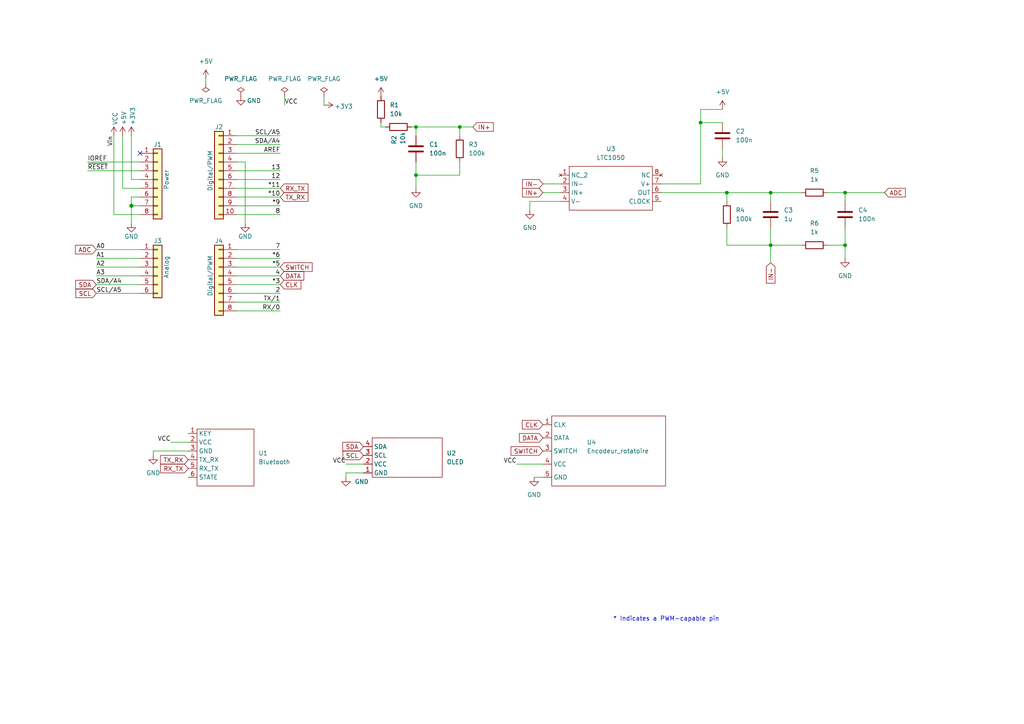
<source format=kicad_sch>
(kicad_sch (version 20211123) (generator eeschema)

  (uuid e63e39d7-6ac0-4ffd-8aa3-1841a4541b55)

  (paper "A4")

  (title_block
    (date "mar. 31 mars 2015")
  )

  (lib_symbols
    (symbol "Connector_Generic:Conn_01x06" (pin_names (offset 1.016) hide) (in_bom yes) (on_board yes)
      (property "Reference" "J" (id 0) (at 0 7.62 0)
        (effects (font (size 1.27 1.27)))
      )
      (property "Value" "Conn_01x06" (id 1) (at 0 -10.16 0)
        (effects (font (size 1.27 1.27)))
      )
      (property "Footprint" "" (id 2) (at 0 0 0)
        (effects (font (size 1.27 1.27)) hide)
      )
      (property "Datasheet" "~" (id 3) (at 0 0 0)
        (effects (font (size 1.27 1.27)) hide)
      )
      (property "ki_keywords" "connector" (id 4) (at 0 0 0)
        (effects (font (size 1.27 1.27)) hide)
      )
      (property "ki_description" "Generic connector, single row, 01x06, script generated (kicad-library-utils/schlib/autogen/connector/)" (id 5) (at 0 0 0)
        (effects (font (size 1.27 1.27)) hide)
      )
      (property "ki_fp_filters" "Connector*:*_1x??_*" (id 6) (at 0 0 0)
        (effects (font (size 1.27 1.27)) hide)
      )
      (symbol "Conn_01x06_1_1"
        (rectangle (start -1.27 -7.493) (end 0 -7.747)
          (stroke (width 0.1524) (type default) (color 0 0 0 0))
          (fill (type none))
        )
        (rectangle (start -1.27 -4.953) (end 0 -5.207)
          (stroke (width 0.1524) (type default) (color 0 0 0 0))
          (fill (type none))
        )
        (rectangle (start -1.27 -2.413) (end 0 -2.667)
          (stroke (width 0.1524) (type default) (color 0 0 0 0))
          (fill (type none))
        )
        (rectangle (start -1.27 0.127) (end 0 -0.127)
          (stroke (width 0.1524) (type default) (color 0 0 0 0))
          (fill (type none))
        )
        (rectangle (start -1.27 2.667) (end 0 2.413)
          (stroke (width 0.1524) (type default) (color 0 0 0 0))
          (fill (type none))
        )
        (rectangle (start -1.27 5.207) (end 0 4.953)
          (stroke (width 0.1524) (type default) (color 0 0 0 0))
          (fill (type none))
        )
        (rectangle (start -1.27 6.35) (end 1.27 -8.89)
          (stroke (width 0.254) (type default) (color 0 0 0 0))
          (fill (type background))
        )
        (pin passive line (at -5.08 5.08 0) (length 3.81)
          (name "Pin_1" (effects (font (size 1.27 1.27))))
          (number "1" (effects (font (size 1.27 1.27))))
        )
        (pin passive line (at -5.08 2.54 0) (length 3.81)
          (name "Pin_2" (effects (font (size 1.27 1.27))))
          (number "2" (effects (font (size 1.27 1.27))))
        )
        (pin passive line (at -5.08 0 0) (length 3.81)
          (name "Pin_3" (effects (font (size 1.27 1.27))))
          (number "3" (effects (font (size 1.27 1.27))))
        )
        (pin passive line (at -5.08 -2.54 0) (length 3.81)
          (name "Pin_4" (effects (font (size 1.27 1.27))))
          (number "4" (effects (font (size 1.27 1.27))))
        )
        (pin passive line (at -5.08 -5.08 0) (length 3.81)
          (name "Pin_5" (effects (font (size 1.27 1.27))))
          (number "5" (effects (font (size 1.27 1.27))))
        )
        (pin passive line (at -5.08 -7.62 0) (length 3.81)
          (name "Pin_6" (effects (font (size 1.27 1.27))))
          (number "6" (effects (font (size 1.27 1.27))))
        )
      )
    )
    (symbol "Connector_Generic:Conn_01x08" (pin_names (offset 1.016) hide) (in_bom yes) (on_board yes)
      (property "Reference" "J" (id 0) (at 0 10.16 0)
        (effects (font (size 1.27 1.27)))
      )
      (property "Value" "Conn_01x08" (id 1) (at 0 -12.7 0)
        (effects (font (size 1.27 1.27)))
      )
      (property "Footprint" "" (id 2) (at 0 0 0)
        (effects (font (size 1.27 1.27)) hide)
      )
      (property "Datasheet" "~" (id 3) (at 0 0 0)
        (effects (font (size 1.27 1.27)) hide)
      )
      (property "ki_keywords" "connector" (id 4) (at 0 0 0)
        (effects (font (size 1.27 1.27)) hide)
      )
      (property "ki_description" "Generic connector, single row, 01x08, script generated (kicad-library-utils/schlib/autogen/connector/)" (id 5) (at 0 0 0)
        (effects (font (size 1.27 1.27)) hide)
      )
      (property "ki_fp_filters" "Connector*:*_1x??_*" (id 6) (at 0 0 0)
        (effects (font (size 1.27 1.27)) hide)
      )
      (symbol "Conn_01x08_1_1"
        (rectangle (start -1.27 -10.033) (end 0 -10.287)
          (stroke (width 0.1524) (type default) (color 0 0 0 0))
          (fill (type none))
        )
        (rectangle (start -1.27 -7.493) (end 0 -7.747)
          (stroke (width 0.1524) (type default) (color 0 0 0 0))
          (fill (type none))
        )
        (rectangle (start -1.27 -4.953) (end 0 -5.207)
          (stroke (width 0.1524) (type default) (color 0 0 0 0))
          (fill (type none))
        )
        (rectangle (start -1.27 -2.413) (end 0 -2.667)
          (stroke (width 0.1524) (type default) (color 0 0 0 0))
          (fill (type none))
        )
        (rectangle (start -1.27 0.127) (end 0 -0.127)
          (stroke (width 0.1524) (type default) (color 0 0 0 0))
          (fill (type none))
        )
        (rectangle (start -1.27 2.667) (end 0 2.413)
          (stroke (width 0.1524) (type default) (color 0 0 0 0))
          (fill (type none))
        )
        (rectangle (start -1.27 5.207) (end 0 4.953)
          (stroke (width 0.1524) (type default) (color 0 0 0 0))
          (fill (type none))
        )
        (rectangle (start -1.27 7.747) (end 0 7.493)
          (stroke (width 0.1524) (type default) (color 0 0 0 0))
          (fill (type none))
        )
        (rectangle (start -1.27 8.89) (end 1.27 -11.43)
          (stroke (width 0.254) (type default) (color 0 0 0 0))
          (fill (type background))
        )
        (pin passive line (at -5.08 7.62 0) (length 3.81)
          (name "Pin_1" (effects (font (size 1.27 1.27))))
          (number "1" (effects (font (size 1.27 1.27))))
        )
        (pin passive line (at -5.08 5.08 0) (length 3.81)
          (name "Pin_2" (effects (font (size 1.27 1.27))))
          (number "2" (effects (font (size 1.27 1.27))))
        )
        (pin passive line (at -5.08 2.54 0) (length 3.81)
          (name "Pin_3" (effects (font (size 1.27 1.27))))
          (number "3" (effects (font (size 1.27 1.27))))
        )
        (pin passive line (at -5.08 0 0) (length 3.81)
          (name "Pin_4" (effects (font (size 1.27 1.27))))
          (number "4" (effects (font (size 1.27 1.27))))
        )
        (pin passive line (at -5.08 -2.54 0) (length 3.81)
          (name "Pin_5" (effects (font (size 1.27 1.27))))
          (number "5" (effects (font (size 1.27 1.27))))
        )
        (pin passive line (at -5.08 -5.08 0) (length 3.81)
          (name "Pin_6" (effects (font (size 1.27 1.27))))
          (number "6" (effects (font (size 1.27 1.27))))
        )
        (pin passive line (at -5.08 -7.62 0) (length 3.81)
          (name "Pin_7" (effects (font (size 1.27 1.27))))
          (number "7" (effects (font (size 1.27 1.27))))
        )
        (pin passive line (at -5.08 -10.16 0) (length 3.81)
          (name "Pin_8" (effects (font (size 1.27 1.27))))
          (number "8" (effects (font (size 1.27 1.27))))
        )
      )
    )
    (symbol "Connector_Generic:Conn_01x10" (pin_names (offset 1.016) hide) (in_bom yes) (on_board yes)
      (property "Reference" "J" (id 0) (at 0 12.7 0)
        (effects (font (size 1.27 1.27)))
      )
      (property "Value" "Conn_01x10" (id 1) (at 0 -15.24 0)
        (effects (font (size 1.27 1.27)))
      )
      (property "Footprint" "" (id 2) (at 0 0 0)
        (effects (font (size 1.27 1.27)) hide)
      )
      (property "Datasheet" "~" (id 3) (at 0 0 0)
        (effects (font (size 1.27 1.27)) hide)
      )
      (property "ki_keywords" "connector" (id 4) (at 0 0 0)
        (effects (font (size 1.27 1.27)) hide)
      )
      (property "ki_description" "Generic connector, single row, 01x10, script generated (kicad-library-utils/schlib/autogen/connector/)" (id 5) (at 0 0 0)
        (effects (font (size 1.27 1.27)) hide)
      )
      (property "ki_fp_filters" "Connector*:*_1x??_*" (id 6) (at 0 0 0)
        (effects (font (size 1.27 1.27)) hide)
      )
      (symbol "Conn_01x10_1_1"
        (rectangle (start -1.27 -12.573) (end 0 -12.827)
          (stroke (width 0.1524) (type default) (color 0 0 0 0))
          (fill (type none))
        )
        (rectangle (start -1.27 -10.033) (end 0 -10.287)
          (stroke (width 0.1524) (type default) (color 0 0 0 0))
          (fill (type none))
        )
        (rectangle (start -1.27 -7.493) (end 0 -7.747)
          (stroke (width 0.1524) (type default) (color 0 0 0 0))
          (fill (type none))
        )
        (rectangle (start -1.27 -4.953) (end 0 -5.207)
          (stroke (width 0.1524) (type default) (color 0 0 0 0))
          (fill (type none))
        )
        (rectangle (start -1.27 -2.413) (end 0 -2.667)
          (stroke (width 0.1524) (type default) (color 0 0 0 0))
          (fill (type none))
        )
        (rectangle (start -1.27 0.127) (end 0 -0.127)
          (stroke (width 0.1524) (type default) (color 0 0 0 0))
          (fill (type none))
        )
        (rectangle (start -1.27 2.667) (end 0 2.413)
          (stroke (width 0.1524) (type default) (color 0 0 0 0))
          (fill (type none))
        )
        (rectangle (start -1.27 5.207) (end 0 4.953)
          (stroke (width 0.1524) (type default) (color 0 0 0 0))
          (fill (type none))
        )
        (rectangle (start -1.27 7.747) (end 0 7.493)
          (stroke (width 0.1524) (type default) (color 0 0 0 0))
          (fill (type none))
        )
        (rectangle (start -1.27 10.287) (end 0 10.033)
          (stroke (width 0.1524) (type default) (color 0 0 0 0))
          (fill (type none))
        )
        (rectangle (start -1.27 11.43) (end 1.27 -13.97)
          (stroke (width 0.254) (type default) (color 0 0 0 0))
          (fill (type background))
        )
        (pin passive line (at -5.08 10.16 0) (length 3.81)
          (name "Pin_1" (effects (font (size 1.27 1.27))))
          (number "1" (effects (font (size 1.27 1.27))))
        )
        (pin passive line (at -5.08 -12.7 0) (length 3.81)
          (name "Pin_10" (effects (font (size 1.27 1.27))))
          (number "10" (effects (font (size 1.27 1.27))))
        )
        (pin passive line (at -5.08 7.62 0) (length 3.81)
          (name "Pin_2" (effects (font (size 1.27 1.27))))
          (number "2" (effects (font (size 1.27 1.27))))
        )
        (pin passive line (at -5.08 5.08 0) (length 3.81)
          (name "Pin_3" (effects (font (size 1.27 1.27))))
          (number "3" (effects (font (size 1.27 1.27))))
        )
        (pin passive line (at -5.08 2.54 0) (length 3.81)
          (name "Pin_4" (effects (font (size 1.27 1.27))))
          (number "4" (effects (font (size 1.27 1.27))))
        )
        (pin passive line (at -5.08 0 0) (length 3.81)
          (name "Pin_5" (effects (font (size 1.27 1.27))))
          (number "5" (effects (font (size 1.27 1.27))))
        )
        (pin passive line (at -5.08 -2.54 0) (length 3.81)
          (name "Pin_6" (effects (font (size 1.27 1.27))))
          (number "6" (effects (font (size 1.27 1.27))))
        )
        (pin passive line (at -5.08 -5.08 0) (length 3.81)
          (name "Pin_7" (effects (font (size 1.27 1.27))))
          (number "7" (effects (font (size 1.27 1.27))))
        )
        (pin passive line (at -5.08 -7.62 0) (length 3.81)
          (name "Pin_8" (effects (font (size 1.27 1.27))))
          (number "8" (effects (font (size 1.27 1.27))))
        )
        (pin passive line (at -5.08 -10.16 0) (length 3.81)
          (name "Pin_9" (effects (font (size 1.27 1.27))))
          (number "9" (effects (font (size 1.27 1.27))))
        )
      )
    )
    (symbol "Device:C" (pin_numbers hide) (pin_names (offset 0.254)) (in_bom yes) (on_board yes)
      (property "Reference" "C" (id 0) (at 0.635 2.54 0)
        (effects (font (size 1.27 1.27)) (justify left))
      )
      (property "Value" "C" (id 1) (at 0.635 -2.54 0)
        (effects (font (size 1.27 1.27)) (justify left))
      )
      (property "Footprint" "" (id 2) (at 0.9652 -3.81 0)
        (effects (font (size 1.27 1.27)) hide)
      )
      (property "Datasheet" "~" (id 3) (at 0 0 0)
        (effects (font (size 1.27 1.27)) hide)
      )
      (property "ki_keywords" "cap capacitor" (id 4) (at 0 0 0)
        (effects (font (size 1.27 1.27)) hide)
      )
      (property "ki_description" "Unpolarized capacitor" (id 5) (at 0 0 0)
        (effects (font (size 1.27 1.27)) hide)
      )
      (property "ki_fp_filters" "C_*" (id 6) (at 0 0 0)
        (effects (font (size 1.27 1.27)) hide)
      )
      (symbol "C_0_1"
        (polyline
          (pts
            (xy -2.032 -0.762)
            (xy 2.032 -0.762)
          )
          (stroke (width 0.508) (type default) (color 0 0 0 0))
          (fill (type none))
        )
        (polyline
          (pts
            (xy -2.032 0.762)
            (xy 2.032 0.762)
          )
          (stroke (width 0.508) (type default) (color 0 0 0 0))
          (fill (type none))
        )
      )
      (symbol "C_1_1"
        (pin passive line (at 0 3.81 270) (length 2.794)
          (name "~" (effects (font (size 1.27 1.27))))
          (number "1" (effects (font (size 1.27 1.27))))
        )
        (pin passive line (at 0 -3.81 90) (length 2.794)
          (name "~" (effects (font (size 1.27 1.27))))
          (number "2" (effects (font (size 1.27 1.27))))
        )
      )
    )
    (symbol "Device:R" (pin_numbers hide) (pin_names (offset 0)) (in_bom yes) (on_board yes)
      (property "Reference" "R" (id 0) (at 2.032 0 90)
        (effects (font (size 1.27 1.27)))
      )
      (property "Value" "R" (id 1) (at 0 0 90)
        (effects (font (size 1.27 1.27)))
      )
      (property "Footprint" "" (id 2) (at -1.778 0 90)
        (effects (font (size 1.27 1.27)) hide)
      )
      (property "Datasheet" "~" (id 3) (at 0 0 0)
        (effects (font (size 1.27 1.27)) hide)
      )
      (property "ki_keywords" "R res resistor" (id 4) (at 0 0 0)
        (effects (font (size 1.27 1.27)) hide)
      )
      (property "ki_description" "Resistor" (id 5) (at 0 0 0)
        (effects (font (size 1.27 1.27)) hide)
      )
      (property "ki_fp_filters" "R_*" (id 6) (at 0 0 0)
        (effects (font (size 1.27 1.27)) hide)
      )
      (symbol "R_0_1"
        (rectangle (start -1.016 -2.54) (end 1.016 2.54)
          (stroke (width 0.254) (type default) (color 0 0 0 0))
          (fill (type none))
        )
      )
      (symbol "R_1_1"
        (pin passive line (at 0 3.81 270) (length 1.27)
          (name "~" (effects (font (size 1.27 1.27))))
          (number "1" (effects (font (size 1.27 1.27))))
        )
        (pin passive line (at 0 -3.81 90) (length 1.27)
          (name "~" (effects (font (size 1.27 1.27))))
          (number "2" (effects (font (size 1.27 1.27))))
        )
      )
    )
    (symbol "GND_1" (power) (pin_names (offset 0)) (in_bom yes) (on_board yes)
      (property "Reference" "#PWR" (id 0) (at 0 -6.35 0)
        (effects (font (size 1.27 1.27)) hide)
      )
      (property "Value" "GND_1" (id 1) (at 0 -3.81 0)
        (effects (font (size 1.27 1.27)))
      )
      (property "Footprint" "" (id 2) (at 0 0 0)
        (effects (font (size 1.27 1.27)) hide)
      )
      (property "Datasheet" "" (id 3) (at 0 0 0)
        (effects (font (size 1.27 1.27)) hide)
      )
      (property "ki_keywords" "global power" (id 4) (at 0 0 0)
        (effects (font (size 1.27 1.27)) hide)
      )
      (property "ki_description" "Power symbol creates a global label with name \"GND\" , ground" (id 5) (at 0 0 0)
        (effects (font (size 1.27 1.27)) hide)
      )
      (symbol "GND_1_0_1"
        (polyline
          (pts
            (xy 0 0)
            (xy 0 -1.27)
            (xy 1.27 -1.27)
            (xy 0 -2.54)
            (xy -1.27 -1.27)
            (xy 0 -1.27)
          )
          (stroke (width 0) (type default) (color 0 0 0 0))
          (fill (type none))
        )
      )
      (symbol "GND_1_1_1"
        (pin power_in line (at 0 0 270) (length 0) hide
          (name "GND" (effects (font (size 1.27 1.27))))
          (number "1" (effects (font (size 1.27 1.27))))
        )
      )
    )
    (symbol "GND_2" (power) (pin_names (offset 0)) (in_bom yes) (on_board yes)
      (property "Reference" "#PWR" (id 0) (at 0 -6.35 0)
        (effects (font (size 1.27 1.27)) hide)
      )
      (property "Value" "GND_2" (id 1) (at 0 -3.81 0)
        (effects (font (size 1.27 1.27)))
      )
      (property "Footprint" "" (id 2) (at 0 0 0)
        (effects (font (size 1.27 1.27)) hide)
      )
      (property "Datasheet" "" (id 3) (at 0 0 0)
        (effects (font (size 1.27 1.27)) hide)
      )
      (property "ki_keywords" "global power" (id 4) (at 0 0 0)
        (effects (font (size 1.27 1.27)) hide)
      )
      (property "ki_description" "Power symbol creates a global label with name \"GND\" , ground" (id 5) (at 0 0 0)
        (effects (font (size 1.27 1.27)) hide)
      )
      (symbol "GND_2_0_1"
        (polyline
          (pts
            (xy 0 0)
            (xy 0 -1.27)
            (xy 1.27 -1.27)
            (xy 0 -2.54)
            (xy -1.27 -1.27)
            (xy 0 -1.27)
          )
          (stroke (width 0) (type default) (color 0 0 0 0))
          (fill (type none))
        )
      )
      (symbol "GND_2_1_1"
        (pin power_in line (at 0 0 270) (length 0) hide
          (name "GND" (effects (font (size 1.27 1.27))))
          (number "1" (effects (font (size 1.27 1.27))))
        )
      )
    )
    (symbol "Shield_Library:Bluetooth" (in_bom yes) (on_board yes)
      (property "Reference" "U" (id 0) (at 6.35 -7.62 0)
        (effects (font (size 1.27 1.27)))
      )
      (property "Value" "Bluetooth" (id 1) (at 3.81 -11.43 0)
        (effects (font (size 1.27 1.27)))
      )
      (property "Footprint" "" (id 2) (at 0 0 0)
        (effects (font (size 1.27 1.27)) hide)
      )
      (property "Datasheet" "" (id 3) (at 0 0 0)
        (effects (font (size 1.27 1.27)) hide)
      )
      (symbol "Bluetooth_0_1"
        (rectangle (start -7.62 1.27) (end 8.89 -15.24)
          (stroke (width 0) (type default) (color 0 0 0 0))
          (fill (type none))
        )
      )
      (symbol "Bluetooth_1_1"
        (pin input line (at -10.16 0 0) (length 2.54)
          (name "KEY" (effects (font (size 1.27 1.27))))
          (number "1" (effects (font (size 1.27 1.27))))
        )
        (pin input line (at -10.16 -2.54 0) (length 2.54)
          (name "VCC" (effects (font (size 1.27 1.27))))
          (number "2" (effects (font (size 1.27 1.27))))
        )
        (pin unspecified line (at -10.16 -5.08 0) (length 2.54)
          (name "GND" (effects (font (size 1.27 1.27))))
          (number "3" (effects (font (size 1.27 1.27))))
        )
        (pin input line (at -10.16 -7.62 0) (length 2.54)
          (name "TX_RX" (effects (font (size 1.27 1.27))))
          (number "4" (effects (font (size 1.27 1.27))))
        )
        (pin input line (at -10.16 -10.16 0) (length 2.54)
          (name "RX_TX" (effects (font (size 1.27 1.27))))
          (number "5" (effects (font (size 1.27 1.27))))
        )
        (pin input line (at -10.16 -12.7 0) (length 2.54)
          (name "STATE" (effects (font (size 1.27 1.27))))
          (number "6" (effects (font (size 1.27 1.27))))
        )
      )
    )
    (symbol "Shield_Library:Encodeur_rotatoire" (in_bom yes) (on_board yes)
      (property "Reference" "U?" (id 0) (at -11.43 -11.4299 0)
        (effects (font (size 1.27 1.27)) (justify left))
      )
      (property "Value" "Encodeur_rotatoire" (id 1) (at -11.43 -13.9699 0)
        (effects (font (size 1.27 1.27)) (justify left))
      )
      (property "Footprint" "Kicad_capteur:KY_040" (id 2) (at 0 0 0)
        (effects (font (size 1.27 1.27)) hide)
      )
      (property "Datasheet" "" (id 3) (at 0 0 0)
        (effects (font (size 1.27 1.27)) hide)
      )
      (symbol "Encodeur_rotatoire_0_1"
        (rectangle (start -21.59 -3.81) (end 11.43 -24.13)
          (stroke (width 0) (type default) (color 0 0 0 0))
          (fill (type none))
        )
      )
      (symbol "Encodeur_rotatoire_1_1"
        (pin input line (at -24.13 -6.35 0) (length 2.54)
          (name "CLK" (effects (font (size 1.27 1.27))))
          (number "1" (effects (font (size 1.27 1.27))))
        )
        (pin input line (at -24.13 -10.16 0) (length 2.54)
          (name "DATA" (effects (font (size 1.27 1.27))))
          (number "2" (effects (font (size 1.27 1.27))))
        )
        (pin input line (at -24.13 -13.97 0) (length 2.54)
          (name "SWITCH" (effects (font (size 1.27 1.27))))
          (number "3" (effects (font (size 1.27 1.27))))
        )
        (pin input line (at -24.13 -17.78 0) (length 2.54)
          (name "VCC" (effects (font (size 1.27 1.27))))
          (number "4" (effects (font (size 1.27 1.27))))
        )
        (pin unspecified line (at -24.13 -21.59 0) (length 2.54)
          (name "GND" (effects (font (size 1.27 1.27))))
          (number "5" (effects (font (size 1.27 1.27))))
        )
      )
    )
    (symbol "Shield_Library:LTC1050" (in_bom yes) (on_board yes)
      (property "Reference" "U" (id 0) (at 0 0 0)
        (effects (font (size 1.27 1.27)))
      )
      (property "Value" "LTC1050" (id 1) (at 0 0 0)
        (effects (font (size 1.27 1.27)))
      )
      (property "Footprint" "" (id 2) (at 0 0 0)
        (effects (font (size 1.27 1.27)) hide)
      )
      (property "Datasheet" "" (id 3) (at 0 0 0)
        (effects (font (size 1.27 1.27)) hide)
      )
      (symbol "LTC1050_0_1"
        (rectangle (start -7.62 -2.54) (end 16.51 -15.24)
          (stroke (width 0) (type default) (color 0 0 0 0))
          (fill (type none))
        )
      )
      (symbol "LTC1050_1_1"
        (pin no_connect line (at -10.16 -5.08 0) (length 2.54)
          (name "NC_2" (effects (font (size 1.27 1.27))))
          (number "1" (effects (font (size 1.27 1.27))))
        )
        (pin input line (at -10.16 -7.62 0) (length 2.54)
          (name "IN-" (effects (font (size 1.27 1.27))))
          (number "2" (effects (font (size 1.27 1.27))))
        )
        (pin input line (at -10.16 -10.16 0) (length 2.54)
          (name "IN+" (effects (font (size 1.27 1.27))))
          (number "3" (effects (font (size 1.27 1.27))))
        )
        (pin input line (at -10.16 -12.7 0) (length 2.54)
          (name "V-" (effects (font (size 1.27 1.27))))
          (number "4" (effects (font (size 1.27 1.27))))
        )
        (pin input line (at 19.05 -12.7 180) (length 2.54)
          (name "CLOCK" (effects (font (size 1.27 1.27))))
          (number "5" (effects (font (size 1.27 1.27))))
        )
        (pin output line (at 19.05 -10.16 180) (length 2.54)
          (name "OUT" (effects (font (size 1.27 1.27))))
          (number "6" (effects (font (size 1.27 1.27))))
        )
        (pin input line (at 19.05 -7.62 180) (length 2.54)
          (name "V+" (effects (font (size 1.27 1.27))))
          (number "7" (effects (font (size 1.27 1.27))))
        )
        (pin no_connect line (at 19.05 -5.08 180) (length 2.54)
          (name "NC" (effects (font (size 1.27 1.27))))
          (number "8" (effects (font (size 1.27 1.27))))
        )
      )
    )
    (symbol "Shield_Library:OLED" (in_bom yes) (on_board yes)
      (property "Reference" "U2" (id 0) (at 11.43 -11.43 0)
        (effects (font (size 1.27 1.27)))
      )
      (property "Value" "OLED" (id 1) (at 10.16 -8.89 0)
        (effects (font (size 1.27 1.27)))
      )
      (property "Footprint" "" (id 2) (at 0 0 0)
        (effects (font (size 1.27 1.27)) hide)
      )
      (property "Datasheet" "" (id 3) (at 0 0 0)
        (effects (font (size 1.27 1.27)) hide)
      )
      (symbol "OLED_0_1"
        (rectangle (start -5.08 -3.81) (end 15.24 -15.24)
          (stroke (width 0) (type default) (color 0 0 0 0))
          (fill (type none))
        )
      )
      (symbol "OLED_1_1"
        (pin unspecified line (at -7.62 -13.97 0) (length 2.54)
          (name "GND" (effects (font (size 1.27 1.27))))
          (number "1" (effects (font (size 1.27 1.27))))
        )
        (pin input line (at -7.62 -11.43 0) (length 2.54)
          (name "VCC" (effects (font (size 1.27 1.27))))
          (number "2" (effects (font (size 1.27 1.27))))
        )
        (pin input line (at -7.62 -8.89 0) (length 2.54)
          (name "SCL" (effects (font (size 1.27 1.27))))
          (number "3" (effects (font (size 1.27 1.27))))
        )
        (pin input line (at -7.62 -6.35 0) (length 2.54)
          (name "SDA" (effects (font (size 1.27 1.27))))
          (number "4" (effects (font (size 1.27 1.27))))
        )
      )
    )
    (symbol "power:+3V3" (power) (pin_names (offset 0)) (in_bom yes) (on_board yes)
      (property "Reference" "#PWR" (id 0) (at 0 -3.81 0)
        (effects (font (size 1.27 1.27)) hide)
      )
      (property "Value" "+3V3" (id 1) (at 0 3.556 0)
        (effects (font (size 1.27 1.27)))
      )
      (property "Footprint" "" (id 2) (at 0 0 0)
        (effects (font (size 1.27 1.27)) hide)
      )
      (property "Datasheet" "" (id 3) (at 0 0 0)
        (effects (font (size 1.27 1.27)) hide)
      )
      (property "ki_keywords" "power-flag" (id 4) (at 0 0 0)
        (effects (font (size 1.27 1.27)) hide)
      )
      (property "ki_description" "Power symbol creates a global label with name \"+3V3\"" (id 5) (at 0 0 0)
        (effects (font (size 1.27 1.27)) hide)
      )
      (symbol "+3V3_0_1"
        (polyline
          (pts
            (xy -0.762 1.27)
            (xy 0 2.54)
          )
          (stroke (width 0) (type default) (color 0 0 0 0))
          (fill (type none))
        )
        (polyline
          (pts
            (xy 0 0)
            (xy 0 2.54)
          )
          (stroke (width 0) (type default) (color 0 0 0 0))
          (fill (type none))
        )
        (polyline
          (pts
            (xy 0 2.54)
            (xy 0.762 1.27)
          )
          (stroke (width 0) (type default) (color 0 0 0 0))
          (fill (type none))
        )
      )
      (symbol "+3V3_1_1"
        (pin power_in line (at 0 0 90) (length 0) hide
          (name "+3V3" (effects (font (size 1.27 1.27))))
          (number "1" (effects (font (size 1.27 1.27))))
        )
      )
    )
    (symbol "power:+5V" (power) (pin_names (offset 0)) (in_bom yes) (on_board yes)
      (property "Reference" "#PWR" (id 0) (at 0 -3.81 0)
        (effects (font (size 1.27 1.27)) hide)
      )
      (property "Value" "+5V" (id 1) (at 0 3.556 0)
        (effects (font (size 1.27 1.27)))
      )
      (property "Footprint" "" (id 2) (at 0 0 0)
        (effects (font (size 1.27 1.27)) hide)
      )
      (property "Datasheet" "" (id 3) (at 0 0 0)
        (effects (font (size 1.27 1.27)) hide)
      )
      (property "ki_keywords" "power-flag" (id 4) (at 0 0 0)
        (effects (font (size 1.27 1.27)) hide)
      )
      (property "ki_description" "Power symbol creates a global label with name \"+5V\"" (id 5) (at 0 0 0)
        (effects (font (size 1.27 1.27)) hide)
      )
      (symbol "+5V_0_1"
        (polyline
          (pts
            (xy -0.762 1.27)
            (xy 0 2.54)
          )
          (stroke (width 0) (type default) (color 0 0 0 0))
          (fill (type none))
        )
        (polyline
          (pts
            (xy 0 0)
            (xy 0 2.54)
          )
          (stroke (width 0) (type default) (color 0 0 0 0))
          (fill (type none))
        )
        (polyline
          (pts
            (xy 0 2.54)
            (xy 0.762 1.27)
          )
          (stroke (width 0) (type default) (color 0 0 0 0))
          (fill (type none))
        )
      )
      (symbol "+5V_1_1"
        (pin power_in line (at 0 0 90) (length 0) hide
          (name "+5V" (effects (font (size 1.27 1.27))))
          (number "1" (effects (font (size 1.27 1.27))))
        )
      )
    )
    (symbol "power:GND" (power) (pin_names (offset 0)) (in_bom yes) (on_board yes)
      (property "Reference" "#PWR" (id 0) (at 0 -6.35 0)
        (effects (font (size 1.27 1.27)) hide)
      )
      (property "Value" "GND" (id 1) (at 0 -3.81 0)
        (effects (font (size 1.27 1.27)))
      )
      (property "Footprint" "" (id 2) (at 0 0 0)
        (effects (font (size 1.27 1.27)) hide)
      )
      (property "Datasheet" "" (id 3) (at 0 0 0)
        (effects (font (size 1.27 1.27)) hide)
      )
      (property "ki_keywords" "power-flag" (id 4) (at 0 0 0)
        (effects (font (size 1.27 1.27)) hide)
      )
      (property "ki_description" "Power symbol creates a global label with name \"GND\" , ground" (id 5) (at 0 0 0)
        (effects (font (size 1.27 1.27)) hide)
      )
      (symbol "GND_0_1"
        (polyline
          (pts
            (xy 0 0)
            (xy 0 -1.27)
            (xy 1.27 -1.27)
            (xy 0 -2.54)
            (xy -1.27 -1.27)
            (xy 0 -1.27)
          )
          (stroke (width 0) (type default) (color 0 0 0 0))
          (fill (type none))
        )
      )
      (symbol "GND_1_1"
        (pin power_in line (at 0 0 270) (length 0) hide
          (name "GND" (effects (font (size 1.27 1.27))))
          (number "1" (effects (font (size 1.27 1.27))))
        )
      )
    )
    (symbol "power:PWR_FLAG" (power) (pin_numbers hide) (pin_names (offset 0) hide) (in_bom yes) (on_board yes)
      (property "Reference" "#FLG" (id 0) (at 0 1.905 0)
        (effects (font (size 1.27 1.27)) hide)
      )
      (property "Value" "PWR_FLAG" (id 1) (at 0 3.81 0)
        (effects (font (size 1.27 1.27)))
      )
      (property "Footprint" "" (id 2) (at 0 0 0)
        (effects (font (size 1.27 1.27)) hide)
      )
      (property "Datasheet" "~" (id 3) (at 0 0 0)
        (effects (font (size 1.27 1.27)) hide)
      )
      (property "ki_keywords" "flag power" (id 4) (at 0 0 0)
        (effects (font (size 1.27 1.27)) hide)
      )
      (property "ki_description" "Special symbol for telling ERC where power comes from" (id 5) (at 0 0 0)
        (effects (font (size 1.27 1.27)) hide)
      )
      (symbol "PWR_FLAG_0_0"
        (pin power_out line (at 0 0 90) (length 0)
          (name "pwr" (effects (font (size 1.27 1.27))))
          (number "1" (effects (font (size 1.27 1.27))))
        )
      )
      (symbol "PWR_FLAG_0_1"
        (polyline
          (pts
            (xy 0 0)
            (xy 0 1.27)
            (xy -1.016 1.905)
            (xy 0 2.54)
            (xy 1.016 1.905)
            (xy 0 1.27)
          )
          (stroke (width 0) (type default) (color 0 0 0 0))
          (fill (type none))
        )
      )
    )
    (symbol "power:VCC" (power) (pin_names (offset 0)) (in_bom yes) (on_board yes)
      (property "Reference" "#PWR" (id 0) (at 0 -3.81 0)
        (effects (font (size 1.27 1.27)) hide)
      )
      (property "Value" "VCC" (id 1) (at 0 3.81 0)
        (effects (font (size 1.27 1.27)))
      )
      (property "Footprint" "" (id 2) (at 0 0 0)
        (effects (font (size 1.27 1.27)) hide)
      )
      (property "Datasheet" "" (id 3) (at 0 0 0)
        (effects (font (size 1.27 1.27)) hide)
      )
      (property "ki_keywords" "power-flag" (id 4) (at 0 0 0)
        (effects (font (size 1.27 1.27)) hide)
      )
      (property "ki_description" "Power symbol creates a global label with name \"VCC\"" (id 5) (at 0 0 0)
        (effects (font (size 1.27 1.27)) hide)
      )
      (symbol "VCC_0_1"
        (polyline
          (pts
            (xy -0.762 1.27)
            (xy 0 2.54)
          )
          (stroke (width 0) (type default) (color 0 0 0 0))
          (fill (type none))
        )
        (polyline
          (pts
            (xy 0 0)
            (xy 0 2.54)
          )
          (stroke (width 0) (type default) (color 0 0 0 0))
          (fill (type none))
        )
        (polyline
          (pts
            (xy 0 2.54)
            (xy 0.762 1.27)
          )
          (stroke (width 0) (type default) (color 0 0 0 0))
          (fill (type none))
        )
      )
      (symbol "VCC_1_1"
        (pin power_in line (at 0 0 90) (length 0) hide
          (name "VCC" (effects (font (size 1.27 1.27))))
          (number "1" (effects (font (size 1.27 1.27))))
        )
      )
    )
  )

  (junction (at 120.65 50.8) (diameter 0) (color 0 0 0 0)
    (uuid 3c7097a4-6d73-4151-95a8-ef5a5841683d)
  )
  (junction (at 38.1 59.69) (diameter 1.016) (color 0 0 0 0)
    (uuid 3dcc657b-55a1-48e0-9667-e01e7b6b08b5)
  )
  (junction (at 120.65 36.83) (diameter 0) (color 0 0 0 0)
    (uuid 499eff28-e002-46f7-adb0-487f9ac6bd74)
  )
  (junction (at 133.35 36.83) (diameter 0) (color 0 0 0 0)
    (uuid 4a96331b-bb86-4e64-b356-5b3845485689)
  )
  (junction (at 223.52 71.12) (diameter 0) (color 0 0 0 0)
    (uuid 71120c8a-4876-4a78-9ff1-b11ca6d6035f)
  )
  (junction (at 223.52 55.88) (diameter 0) (color 0 0 0 0)
    (uuid 8ab882f5-1f2f-401e-9fa3-30c26801e5e8)
  )
  (junction (at 210.82 55.88) (diameter 0) (color 0 0 0 0)
    (uuid 925cfd62-a0a5-4f6a-8c12-306dddefc587)
  )
  (junction (at 245.11 55.88) (diameter 0) (color 0 0 0 0)
    (uuid d29533ca-c034-4333-8a43-9588ea777d28)
  )
  (junction (at 245.11 71.12) (diameter 0) (color 0 0 0 0)
    (uuid dc5f7c4e-c1dd-4fb1-903c-ba3ef861f839)
  )
  (junction (at 203.2 35.56) (diameter 0) (color 0 0 0 0)
    (uuid e96b769b-2403-4cbc-99ba-4df664a07e83)
  )

  (no_connect (at 40.64 44.45) (uuid d181157c-7812-47e5-a0cf-9580c905fc86))

  (wire (pts (xy 68.58 90.17) (xy 81.28 90.17))
    (stroke (width 0) (type solid) (color 0 0 0 0))
    (uuid 010ba307-2067-49d3-b0fa-6414143f3fc2)
  )
  (wire (pts (xy 210.82 55.88) (xy 223.52 55.88))
    (stroke (width 0) (type default) (color 0 0 0 0))
    (uuid 072e009c-18bd-4c3b-bb49-80659c9437fc)
  )
  (wire (pts (xy 68.58 57.15) (xy 81.28 57.15))
    (stroke (width 0) (type solid) (color 0 0 0 0))
    (uuid 09480ba4-37da-45e3-b9fe-6beebf876349)
  )
  (wire (pts (xy 68.58 39.37) (xy 81.28 39.37))
    (stroke (width 0) (type solid) (color 0 0 0 0))
    (uuid 0f5d2189-4ead-42fa-8f7a-cfa3af4de132)
  )
  (wire (pts (xy 119.38 36.83) (xy 120.65 36.83))
    (stroke (width 0) (type default) (color 0 0 0 0))
    (uuid 1260a804-7174-4e87-92f9-f266f0900814)
  )
  (wire (pts (xy 191.77 53.34) (xy 203.2 53.34))
    (stroke (width 0) (type default) (color 0 0 0 0))
    (uuid 163dd968-2e62-48cb-b435-9e654f39a0fe)
  )
  (wire (pts (xy 157.48 53.34) (xy 162.56 53.34))
    (stroke (width 0) (type default) (color 0 0 0 0))
    (uuid 18fe7f8d-b5a5-47cf-a8fa-527b9a20d8da)
  )
  (wire (pts (xy 133.35 50.8) (xy 120.65 50.8))
    (stroke (width 0) (type default) (color 0 0 0 0))
    (uuid 1c2a20b0-5b36-43fd-adfd-4d824a8845e1)
  )
  (wire (pts (xy 38.1 57.15) (xy 38.1 59.69))
    (stroke (width 0) (type solid) (color 0 0 0 0))
    (uuid 1c31b835-925f-4a5c-92df-8f2558bb711b)
  )
  (wire (pts (xy 245.11 55.88) (xy 245.11 58.42))
    (stroke (width 0) (type default) (color 0 0 0 0))
    (uuid 1e5d7910-1225-4c41-b63a-79b999e3cbb5)
  )
  (wire (pts (xy 27.94 85.09) (xy 40.64 85.09))
    (stroke (width 0) (type solid) (color 0 0 0 0))
    (uuid 20854542-d0b0-4be7-af02-0e5fceb34e01)
  )
  (wire (pts (xy 133.35 46.99) (xy 133.35 50.8))
    (stroke (width 0) (type default) (color 0 0 0 0))
    (uuid 26e2f496-9b44-4fbc-88c3-f709b4de8d19)
  )
  (wire (pts (xy 38.1 59.69) (xy 38.1 64.77))
    (stroke (width 0) (type solid) (color 0 0 0 0))
    (uuid 2df788b2-ce68-49bc-a497-4b6570a17f30)
  )
  (wire (pts (xy 38.1 52.07) (xy 40.64 52.07))
    (stroke (width 0) (type solid) (color 0 0 0 0))
    (uuid 3334b11d-5a13-40b4-a117-d693c543e4ab)
  )
  (wire (pts (xy 35.56 54.61) (xy 40.64 54.61))
    (stroke (width 0) (type solid) (color 0 0 0 0))
    (uuid 3661f80c-fef8-4441-83be-df8930b3b45e)
  )
  (wire (pts (xy 82.55 27.94) (xy 82.55 30.48))
    (stroke (width 0) (type default) (color 0 0 0 0))
    (uuid 373f181f-3bc3-4c9d-b83d-3fb73dee3e16)
  )
  (wire (pts (xy 35.56 39.37) (xy 35.56 54.61))
    (stroke (width 0) (type solid) (color 0 0 0 0))
    (uuid 392bf1f6-bf67-427d-8d4c-0a87cb757556)
  )
  (wire (pts (xy 54.61 130.81) (xy 44.45 130.81))
    (stroke (width 0) (type default) (color 0 0 0 0))
    (uuid 3938a9e8-619e-4623-99b2-ee203366d608)
  )
  (wire (pts (xy 68.58 49.53) (xy 81.28 49.53))
    (stroke (width 0) (type solid) (color 0 0 0 0))
    (uuid 4227fa6f-c399-4f14-8228-23e39d2b7e7d)
  )
  (wire (pts (xy 203.2 31.75) (xy 209.55 31.75))
    (stroke (width 0) (type default) (color 0 0 0 0))
    (uuid 427a773d-59f7-4cbe-99df-596faee8434d)
  )
  (wire (pts (xy 38.1 39.37) (xy 38.1 52.07))
    (stroke (width 0) (type solid) (color 0 0 0 0))
    (uuid 442fb4de-4d55-45de-bc27-3e6222ceb890)
  )
  (wire (pts (xy 68.58 72.39) (xy 81.28 72.39))
    (stroke (width 0) (type solid) (color 0 0 0 0))
    (uuid 4455ee2e-5642-42c1-a83b-f7e65fa0c2f1)
  )
  (wire (pts (xy 120.65 50.8) (xy 120.65 54.61))
    (stroke (width 0) (type default) (color 0 0 0 0))
    (uuid 447f61d8-7229-4c4e-b357-b1b2f95a7621)
  )
  (wire (pts (xy 153.67 58.42) (xy 153.67 60.96))
    (stroke (width 0) (type default) (color 0 0 0 0))
    (uuid 44b0af83-52d0-4ebf-821a-49809a16b956)
  )
  (wire (pts (xy 40.64 72.39) (xy 27.94 72.39))
    (stroke (width 0) (type solid) (color 0 0 0 0))
    (uuid 486ca832-85f4-4989-b0f4-569faf9be534)
  )
  (wire (pts (xy 59.69 22.86) (xy 59.69 24.13))
    (stroke (width 0) (type default) (color 0 0 0 0))
    (uuid 4a3bd2d2-9bdf-4251-9704-203a3c70be52)
  )
  (wire (pts (xy 68.58 52.07) (xy 81.28 52.07))
    (stroke (width 0) (type solid) (color 0 0 0 0))
    (uuid 4a910b57-a5cd-4105-ab4f-bde2a80d4f00)
  )
  (wire (pts (xy 68.58 74.93) (xy 81.28 74.93))
    (stroke (width 0) (type solid) (color 0 0 0 0))
    (uuid 4e60e1af-19bd-45a0-b418-b7030b594dde)
  )
  (wire (pts (xy 210.82 71.12) (xy 210.82 66.04))
    (stroke (width 0) (type default) (color 0 0 0 0))
    (uuid 50140d16-ec24-41ec-ac8b-00571ba98485)
  )
  (wire (pts (xy 210.82 55.88) (xy 210.82 58.42))
    (stroke (width 0) (type default) (color 0 0 0 0))
    (uuid 50757a1c-3067-432e-a49d-e5f31b1c38d5)
  )
  (wire (pts (xy 49.53 128.27) (xy 54.61 128.27))
    (stroke (width 0) (type default) (color 0 0 0 0))
    (uuid 5bb3602b-f2f1-4f70-bbec-74545819e94b)
  )
  (wire (pts (xy 110.49 35.56) (xy 110.49 36.83))
    (stroke (width 0) (type default) (color 0 0 0 0))
    (uuid 5d64ef13-0bc1-4d9b-8f34-51cfa07feda0)
  )
  (wire (pts (xy 245.11 66.04) (xy 245.11 71.12))
    (stroke (width 0) (type default) (color 0 0 0 0))
    (uuid 604994a7-ccc7-4e7b-874f-7de1d773f2ef)
  )
  (wire (pts (xy 120.65 46.99) (xy 120.65 50.8))
    (stroke (width 0) (type default) (color 0 0 0 0))
    (uuid 60b44277-ffd4-4e06-8162-4404b37ec05a)
  )
  (wire (pts (xy 203.2 35.56) (xy 203.2 31.75))
    (stroke (width 0) (type default) (color 0 0 0 0))
    (uuid 6371ae1a-4fa0-49d0-97f4-36685024c13c)
  )
  (wire (pts (xy 68.58 59.69) (xy 81.28 59.69))
    (stroke (width 0) (type solid) (color 0 0 0 0))
    (uuid 63f2b71b-521b-4210-bf06-ed65e330fccc)
  )
  (wire (pts (xy 68.58 80.01) (xy 81.28 80.01))
    (stroke (width 0) (type solid) (color 0 0 0 0))
    (uuid 6bb3ea5f-9e60-4add-9d97-244be2cf61d2)
  )
  (wire (pts (xy 245.11 71.12) (xy 245.11 74.93))
    (stroke (width 0) (type default) (color 0 0 0 0))
    (uuid 6f5822c1-a0f1-4331-be19-d250451c5134)
  )
  (wire (pts (xy 157.48 55.88) (xy 162.56 55.88))
    (stroke (width 0) (type default) (color 0 0 0 0))
    (uuid 70beeccb-b953-429c-911c-547245044de8)
  )
  (wire (pts (xy 25.4 46.99) (xy 40.64 46.99))
    (stroke (width 0) (type solid) (color 0 0 0 0))
    (uuid 73d4774c-1387-4550-b580-a1cc0ac89b89)
  )
  (wire (pts (xy 191.77 55.88) (xy 210.82 55.88))
    (stroke (width 0) (type default) (color 0 0 0 0))
    (uuid 743176f2-0727-4064-8e24-567581c32bd0)
  )
  (wire (pts (xy 223.52 71.12) (xy 210.82 71.12))
    (stroke (width 0) (type default) (color 0 0 0 0))
    (uuid 75232e5d-bc5a-4a8e-ad57-5f6f99b456bc)
  )
  (wire (pts (xy 223.52 71.12) (xy 223.52 66.04))
    (stroke (width 0) (type default) (color 0 0 0 0))
    (uuid 786a952f-b87f-4ba2-9153-4c40f52d8433)
  )
  (wire (pts (xy 223.52 55.88) (xy 223.52 58.42))
    (stroke (width 0) (type default) (color 0 0 0 0))
    (uuid 7d707ec8-0661-4fb9-8339-ecb661364114)
  )
  (wire (pts (xy 120.65 36.83) (xy 133.35 36.83))
    (stroke (width 0) (type default) (color 0 0 0 0))
    (uuid 7deb9de4-d8c9-4943-a995-d78753bc6f1c)
  )
  (wire (pts (xy 93.98 27.94) (xy 93.98 30.48))
    (stroke (width 0) (type default) (color 0 0 0 0))
    (uuid 81df84b4-6ed9-4065-80ff-4e81420b62c0)
  )
  (wire (pts (xy 71.12 46.99) (xy 71.12 64.77))
    (stroke (width 0) (type solid) (color 0 0 0 0))
    (uuid 84ce350c-b0c1-4e69-9ab2-f7ec7b8bb312)
  )
  (wire (pts (xy 100.33 137.16) (xy 105.41 137.16))
    (stroke (width 0) (type default) (color 0 0 0 0))
    (uuid 88755aa6-2b7a-4ce9-b3df-31a5975f6f70)
  )
  (wire (pts (xy 68.58 44.45) (xy 81.28 44.45))
    (stroke (width 0) (type solid) (color 0 0 0 0))
    (uuid 8a3d35a2-f0f6-4dec-a606-7c8e288ca828)
  )
  (wire (pts (xy 40.64 77.47) (xy 27.94 77.47))
    (stroke (width 0) (type solid) (color 0 0 0 0))
    (uuid 9377eb1a-3b12-438c-8ebd-f86ace1e8d25)
  )
  (wire (pts (xy 25.4 49.53) (xy 40.64 49.53))
    (stroke (width 0) (type solid) (color 0 0 0 0))
    (uuid 93e52853-9d1e-4afe-aee8-b825ab9f5d09)
  )
  (wire (pts (xy 40.64 59.69) (xy 38.1 59.69))
    (stroke (width 0) (type solid) (color 0 0 0 0))
    (uuid 97df9ac9-dbb8-472e-b84f-3684d0eb5efc)
  )
  (wire (pts (xy 100.33 134.62) (xy 105.41 134.62))
    (stroke (width 0) (type default) (color 0 0 0 0))
    (uuid 987ae79f-85a9-41f5-8efb-753b0ed17c5d)
  )
  (wire (pts (xy 209.55 43.18) (xy 209.55 45.72))
    (stroke (width 0) (type default) (color 0 0 0 0))
    (uuid 9983ba5e-9107-4cab-98d4-8fccdb23bacb)
  )
  (wire (pts (xy 223.52 71.12) (xy 223.52 76.2))
    (stroke (width 0) (type default) (color 0 0 0 0))
    (uuid 9bbc3d6b-7923-4ddd-8654-912135801423)
  )
  (wire (pts (xy 133.35 36.83) (xy 133.35 39.37))
    (stroke (width 0) (type default) (color 0 0 0 0))
    (uuid 9f41d7a8-7d05-450f-8ff9-0ff863e14a9a)
  )
  (wire (pts (xy 40.64 62.23) (xy 33.02 62.23))
    (stroke (width 0) (type solid) (color 0 0 0 0))
    (uuid a7518f9d-05df-4211-ba17-5d615f04ec46)
  )
  (wire (pts (xy 27.94 74.93) (xy 40.64 74.93))
    (stroke (width 0) (type solid) (color 0 0 0 0))
    (uuid aab97e46-23d6-4cbf-8684-537b94306d68)
  )
  (wire (pts (xy 133.35 36.83) (xy 137.16 36.83))
    (stroke (width 0) (type default) (color 0 0 0 0))
    (uuid ad78ffaf-67fe-4d71-b327-8a82d89170ca)
  )
  (wire (pts (xy 68.58 46.99) (xy 71.12 46.99))
    (stroke (width 0) (type solid) (color 0 0 0 0))
    (uuid bcbc7302-8a54-4b9b-98b9-f277f1b20941)
  )
  (wire (pts (xy 203.2 35.56) (xy 203.2 53.34))
    (stroke (width 0) (type default) (color 0 0 0 0))
    (uuid bead2d76-4fdd-4f6d-9789-14a8d51f3e6b)
  )
  (wire (pts (xy 245.11 71.12) (xy 240.03 71.12))
    (stroke (width 0) (type default) (color 0 0 0 0))
    (uuid bf0157b9-2bbc-4cc1-a44d-512929d18344)
  )
  (wire (pts (xy 157.48 138.43) (xy 154.94 138.43))
    (stroke (width 0) (type default) (color 0 0 0 0))
    (uuid bf042c1c-64d6-4135-a3e0-61d1697e8819)
  )
  (wire (pts (xy 100.33 138.43) (xy 100.33 137.16))
    (stroke (width 0) (type default) (color 0 0 0 0))
    (uuid c065b4b8-f7e8-433d-8f75-d6cfc0ee1989)
  )
  (wire (pts (xy 40.64 57.15) (xy 38.1 57.15))
    (stroke (width 0) (type solid) (color 0 0 0 0))
    (uuid c12796ad-cf20-466f-9ab3-9cf441392c32)
  )
  (wire (pts (xy 68.58 54.61) (xy 81.28 54.61))
    (stroke (width 0) (type solid) (color 0 0 0 0))
    (uuid c722a1ff-12f1-49e5-88a4-44ffeb509ca2)
  )
  (wire (pts (xy 245.11 55.88) (xy 256.54 55.88))
    (stroke (width 0) (type default) (color 0 0 0 0))
    (uuid c7d9e5cb-30b6-41aa-8448-5abffef0bdf3)
  )
  (wire (pts (xy 68.58 77.47) (xy 81.28 77.47))
    (stroke (width 0) (type solid) (color 0 0 0 0))
    (uuid cfe99980-2d98-4372-b495-04c53027340b)
  )
  (wire (pts (xy 44.45 130.81) (xy 44.45 132.08))
    (stroke (width 0) (type default) (color 0 0 0 0))
    (uuid d17475ce-5441-48c3-88e2-83e039efc5a7)
  )
  (wire (pts (xy 27.94 80.01) (xy 40.64 80.01))
    (stroke (width 0) (type solid) (color 0 0 0 0))
    (uuid d3042136-2605-44b2-aebb-5484a9c90933)
  )
  (wire (pts (xy 232.41 71.12) (xy 223.52 71.12))
    (stroke (width 0) (type default) (color 0 0 0 0))
    (uuid d83a0c98-107c-43e9-ab22-81fbbd6b1bfc)
  )
  (wire (pts (xy 162.56 58.42) (xy 153.67 58.42))
    (stroke (width 0) (type default) (color 0 0 0 0))
    (uuid e37f332c-7ab2-4e5a-9085-c25592a6d304)
  )
  (wire (pts (xy 203.2 35.56) (xy 209.55 35.56))
    (stroke (width 0) (type default) (color 0 0 0 0))
    (uuid e4ea564e-339a-44ae-a5bd-526fab20e595)
  )
  (wire (pts (xy 223.52 55.88) (xy 232.41 55.88))
    (stroke (width 0) (type default) (color 0 0 0 0))
    (uuid e5dcf568-0007-48af-a9bd-f5e18b822fba)
  )
  (wire (pts (xy 68.58 41.91) (xy 81.28 41.91))
    (stroke (width 0) (type solid) (color 0 0 0 0))
    (uuid e7278977-132b-4777-9eb4-7d93363a4379)
  )
  (wire (pts (xy 68.58 85.09) (xy 81.28 85.09))
    (stroke (width 0) (type solid) (color 0 0 0 0))
    (uuid e9bdd59b-3252-4c44-a357-6fa1af0c210c)
  )
  (wire (pts (xy 68.58 82.55) (xy 81.28 82.55))
    (stroke (width 0) (type solid) (color 0 0 0 0))
    (uuid ec76dcc9-9949-4dda-bd76-046204829cb4)
  )
  (wire (pts (xy 240.03 55.88) (xy 245.11 55.88))
    (stroke (width 0) (type default) (color 0 0 0 0))
    (uuid ed249f18-463b-402c-a5f0-2aa640f34c66)
  )
  (wire (pts (xy 149.86 134.62) (xy 157.48 134.62))
    (stroke (width 0) (type default) (color 0 0 0 0))
    (uuid f2181a92-efa0-4701-af1b-bddc51e1dc3b)
  )
  (wire (pts (xy 111.76 36.83) (xy 110.49 36.83))
    (stroke (width 0) (type default) (color 0 0 0 0))
    (uuid f34514d6-1169-4994-8b50-d84eab3f38f4)
  )
  (wire (pts (xy 68.58 87.63) (xy 81.28 87.63))
    (stroke (width 0) (type solid) (color 0 0 0 0))
    (uuid f853d1d4-c722-44df-98bf-4a6114204628)
  )
  (wire (pts (xy 33.02 62.23) (xy 33.02 39.37))
    (stroke (width 0) (type solid) (color 0 0 0 0))
    (uuid f8de70cd-e47d-4e80-8f3a-077e9df93aa8)
  )
  (wire (pts (xy 120.65 36.83) (xy 120.65 39.37))
    (stroke (width 0) (type default) (color 0 0 0 0))
    (uuid fbbc27dd-31a1-415d-b6ee-a13e0af27e50)
  )
  (wire (pts (xy 40.64 82.55) (xy 27.94 82.55))
    (stroke (width 0) (type solid) (color 0 0 0 0))
    (uuid fc39c32d-65b8-4d16-9db5-de89c54a1206)
  )
  (wire (pts (xy 68.58 62.23) (xy 81.28 62.23))
    (stroke (width 0) (type solid) (color 0 0 0 0))
    (uuid fe837306-92d0-4847-ad21-76c47ae932d1)
  )

  (text "* Indicates a PWM-capable pin" (at 177.8 180.34 0)
    (effects (font (size 1.27 1.27)) (justify left bottom))
    (uuid c364973a-9a67-4667-8185-a3a5c6c6cbdf)
  )

  (label "RX{slash}0" (at 81.28 90.17 180)
    (effects (font (size 1.27 1.27)) (justify right bottom))
    (uuid 01ea9310-cf66-436b-9b89-1a2f4237b59e)
  )
  (label "A2" (at 27.94 77.47 0)
    (effects (font (size 1.27 1.27)) (justify left bottom))
    (uuid 09251fd4-af37-4d86-8951-1faaac710ffa)
  )
  (label "VCC" (at 82.55 30.48 0)
    (effects (font (size 1.27 1.27)) (justify left bottom))
    (uuid 0be8ad95-d186-472d-8c94-34f616ed59bf)
  )
  (label "4" (at 81.28 80.01 180)
    (effects (font (size 1.27 1.27)) (justify right bottom))
    (uuid 0d8cfe6d-11bf-42b9-9752-f9a5a76bce7e)
  )
  (label "2" (at 81.28 85.09 180)
    (effects (font (size 1.27 1.27)) (justify right bottom))
    (uuid 23f0c933-49f0-4410-a8db-8b017f48dadc)
  )
  (label "A3" (at 27.94 80.01 0)
    (effects (font (size 1.27 1.27)) (justify left bottom))
    (uuid 2c60ab74-0590-423b-8921-6f3212a358d2)
  )
  (label "13" (at 81.28 49.53 180)
    (effects (font (size 1.27 1.27)) (justify right bottom))
    (uuid 35bc5b35-b7b2-44d5-bbed-557f428649b2)
  )
  (label "12" (at 81.28 52.07 180)
    (effects (font (size 1.27 1.27)) (justify right bottom))
    (uuid 3ffaa3b1-1d78-4c7b-bdf9-f1a8019c92fd)
  )
  (label "~{RESET}" (at 25.4 49.53 0)
    (effects (font (size 1.27 1.27)) (justify left bottom))
    (uuid 49585dba-cfa7-4813-841e-9d900d43ecf4)
  )
  (label "*10" (at 81.28 57.15 180)
    (effects (font (size 1.27 1.27)) (justify right bottom))
    (uuid 54be04e4-fffa-4f7f-8a5f-d0de81314e8f)
  )
  (label "VCC" (at 149.86 134.62 180)
    (effects (font (size 1.27 1.27)) (justify right bottom))
    (uuid 747bad13-e295-4f43-9cc9-50a473d60644)
  )
  (label "7" (at 81.28 72.39 180)
    (effects (font (size 1.27 1.27)) (justify right bottom))
    (uuid 873d2c88-519e-482f-a3ed-2484e5f9417e)
  )
  (label "SDA{slash}A4" (at 81.28 41.91 180)
    (effects (font (size 1.27 1.27)) (justify right bottom))
    (uuid 8885a9dc-224d-44c5-8601-05c1d9983e09)
  )
  (label "8" (at 81.28 62.23 180)
    (effects (font (size 1.27 1.27)) (justify right bottom))
    (uuid 89b0e564-e7aa-4224-80c9-3f0614fede8f)
  )
  (label "*11" (at 81.28 54.61 180)
    (effects (font (size 1.27 1.27)) (justify right bottom))
    (uuid 9ad5a781-2469-4c8f-8abf-a1c3586f7cb7)
  )
  (label "*3" (at 81.28 82.55 180)
    (effects (font (size 1.27 1.27)) (justify right bottom))
    (uuid 9cccf5f9-68a4-4e61-b418-6185dd6a5f9a)
  )
  (label "A1" (at 27.94 74.93 0)
    (effects (font (size 1.27 1.27)) (justify left bottom))
    (uuid acc9991b-1bdd-4544-9a08-4037937485cb)
  )
  (label "TX{slash}1" (at 81.28 87.63 180)
    (effects (font (size 1.27 1.27)) (justify right bottom))
    (uuid ae2c9582-b445-44bd-b371-7fc74f6cf852)
  )
  (label "A0" (at 27.94 72.39 0)
    (effects (font (size 1.27 1.27)) (justify left bottom))
    (uuid ba02dc27-26a3-4648-b0aa-06b6dcaf001f)
  )
  (label "AREF" (at 81.28 44.45 180)
    (effects (font (size 1.27 1.27)) (justify right bottom))
    (uuid bbf52cf8-6d97-4499-a9ee-3657cebcdabf)
  )
  (label "Vin" (at 33.02 39.37 270)
    (effects (font (size 1.27 1.27)) (justify right bottom))
    (uuid c348793d-eec0-4f33-9b91-2cae8b4224a4)
  )
  (label "*6" (at 81.28 74.93 180)
    (effects (font (size 1.27 1.27)) (justify right bottom))
    (uuid c775d4e8-c37b-4e73-90c1-1c8d36333aac)
  )
  (label "SCL{slash}A5" (at 81.28 39.37 180)
    (effects (font (size 1.27 1.27)) (justify right bottom))
    (uuid cba886fc-172a-42fe-8e4c-daace6eaef8e)
  )
  (label "*9" (at 81.28 59.69 180)
    (effects (font (size 1.27 1.27)) (justify right bottom))
    (uuid ccb58899-a82d-403c-b30b-ee351d622e9c)
  )
  (label "VCC" (at 49.53 128.27 180)
    (effects (font (size 1.27 1.27)) (justify right bottom))
    (uuid d7cdb01d-7af4-40e7-aecf-e83c915a0599)
  )
  (label "*5" (at 81.28 77.47 180)
    (effects (font (size 1.27 1.27)) (justify right bottom))
    (uuid d9a65242-9c26-45cd-9a55-3e69f0d77784)
  )
  (label "VCC" (at 100.33 134.62 180)
    (effects (font (size 1.27 1.27)) (justify right bottom))
    (uuid db786794-0c22-4bf5-8d78-4159e893c03d)
  )
  (label "IOREF" (at 25.4 46.99 0)
    (effects (font (size 1.27 1.27)) (justify left bottom))
    (uuid de819ae4-b245-474b-a426-865ba877b8a2)
  )
  (label "SDA{slash}A4" (at 27.94 82.55 0)
    (effects (font (size 1.27 1.27)) (justify left bottom))
    (uuid e7ce99b8-ca22-4c56-9e55-39d32c709f3c)
  )
  (label "SCL{slash}A5" (at 27.94 85.09 0)
    (effects (font (size 1.27 1.27)) (justify left bottom))
    (uuid ea5aa60b-a25e-41a1-9e06-c7b6f957567f)
  )

  (global_label "CLK" (shape input) (at 157.48 123.19 180) (fields_autoplaced)
    (effects (font (size 1.27 1.27)) (justify right))
    (uuid 0c5d307f-3755-4e2e-9059-26abbacf0f8a)
    (property "Intersheet References" "${INTERSHEET_REFS}" (id 0) (at 151.3083 123.1106 0)
      (effects (font (size 1.27 1.27)) (justify right) hide)
    )
  )
  (global_label "ADC" (shape input) (at 27.94 72.39 180) (fields_autoplaced)
    (effects (font (size 1.27 1.27)) (justify right))
    (uuid 4004eace-ff71-47c9-8e5e-4f8db5f98ca5)
    (property "Intersheetrefs" "${INTERSHEET_REFS}" (id 100) (at 21.7078 72.3106 0)
      (effects (font (size 1.27 1.27)) (justify right) hide)
    )
  )
  (global_label "SDA" (shape input) (at 105.41 129.54 180) (fields_autoplaced)
    (effects (font (size 1.27 1.27)) (justify right))
    (uuid 4a95dedf-f6bc-4029-aae3-5f827a126c94)
    (property "Intersheetrefs" "${INTERSHEET_REFS}" (id 106) (at 99.2383 129.4606 0)
      (effects (font (size 1.27 1.27)) (justify right) hide)
    )
  )
  (global_label "SCL" (shape input) (at 27.94 85.09 180) (fields_autoplaced)
    (effects (font (size 1.27 1.27)) (justify right))
    (uuid 50fd4a01-abb3-4abf-9087-62ec3e9c89f0)
    (property "Intersheetrefs" "${INTERSHEET_REFS}" (id 101) (at 21.8288 85.0106 0)
      (effects (font (size 1.27 1.27)) (justify right) hide)
    )
  )
  (global_label "SCL" (shape input) (at 105.41 132.08 180) (fields_autoplaced)
    (effects (font (size 1.27 1.27)) (justify right))
    (uuid 55a7caab-6e5e-46e7-a086-f5ff394ae28a)
    (property "Intersheetrefs" "${INTERSHEET_REFS}" (id 101) (at 99.2988 132.0006 0)
      (effects (font (size 1.27 1.27)) (justify right) hide)
    )
  )
  (global_label "IN+" (shape input) (at 137.16 36.83 0) (fields_autoplaced)
    (effects (font (size 1.27 1.27)) (justify left))
    (uuid 7235cee2-a15a-46a3-9083-42e8cbe234da)
    (property "Intersheet References" "${INTERSHEET_REFS}" (id 0) (at 143.2712 36.7506 0)
      (effects (font (size 1.27 1.27)) (justify left) hide)
    )
  )
  (global_label "IN+" (shape input) (at 157.48 55.88 180) (fields_autoplaced)
    (effects (font (size 1.27 1.27)) (justify right))
    (uuid 7ec737bd-3628-4207-98db-73ad9272cffa)
    (property "Intersheet References" "${INTERSHEET_REFS}" (id 0) (at 151.3688 55.8006 0)
      (effects (font (size 1.27 1.27)) (justify right) hide)
    )
  )
  (global_label "TX_RX" (shape input) (at 81.28 57.15 0) (fields_autoplaced)
    (effects (font (size 1.27 1.27)) (justify left))
    (uuid 9abd4e9b-203d-48ef-812c-a207361ae471)
    (property "Intersheetrefs" "${INTERSHEET_REFS}" (id 102) (at 89.5079 57.0706 0)
      (effects (font (size 1.27 1.27)) (justify left) hide)
    )
  )
  (global_label "RX_TX" (shape input) (at 81.28 54.61 0) (fields_autoplaced)
    (effects (font (size 1.27 1.27)) (justify left))
    (uuid a2feac33-bff4-43a3-8ce9-fdd6fae8248e)
    (property "Intersheetrefs" "${INTERSHEET_REFS}" (id 103) (at 89.5079 54.5306 0)
      (effects (font (size 1.27 1.27)) (justify left) hide)
    )
  )
  (global_label "DATA" (shape input) (at 157.48 127 180) (fields_autoplaced)
    (effects (font (size 1.27 1.27)) (justify right))
    (uuid a589ed87-d72d-40dc-ba63-1b7d9830bfde)
    (property "Intersheet References" "${INTERSHEET_REFS}" (id 0) (at 150.4616 126.9206 0)
      (effects (font (size 1.27 1.27)) (justify right) hide)
    )
  )
  (global_label "RX_TX" (shape input) (at 54.61 135.89 180) (fields_autoplaced)
    (effects (font (size 1.27 1.27)) (justify right))
    (uuid a926e29f-5406-4511-bfcf-98882a996d34)
    (property "Intersheetrefs" "${INTERSHEET_REFS}" (id 104) (at 46.3821 135.8106 0)
      (effects (font (size 1.27 1.27)) (justify right) hide)
    )
  )
  (global_label "SWITCH" (shape input) (at 81.28 77.47 0) (fields_autoplaced)
    (effects (font (size 1.27 1.27)) (justify left))
    (uuid bbaee829-fab7-4e44-98dc-4f0ac7a58881)
    (property "Intersheetrefs" "${INTERSHEET_REFS}" (id 105) (at 90.7174 77.3906 0)
      (effects (font (size 1.27 1.27)) (justify left) hide)
    )
  )
  (global_label "SDA" (shape input) (at 27.94 82.55 180) (fields_autoplaced)
    (effects (font (size 1.27 1.27)) (justify right))
    (uuid cc015f8c-92f6-45a2-b0dd-5dbf8a26324a)
    (property "Intersheetrefs" "${INTERSHEET_REFS}" (id 106) (at 21.7683 82.4706 0)
      (effects (font (size 1.27 1.27)) (justify right) hide)
    )
  )
  (global_label "IN-" (shape input) (at 223.52 76.2 270) (fields_autoplaced)
    (effects (font (size 1.27 1.27)) (justify right))
    (uuid cd2b9db0-be70-4452-8c53-9cb7f58d8c6d)
    (property "Intersheet References" "${INTERSHEET_REFS}" (id 0) (at 223.4406 82.3112 90)
      (effects (font (size 1.27 1.27)) (justify right) hide)
    )
  )
  (global_label "SWITCH" (shape input) (at 157.48 130.81 180) (fields_autoplaced)
    (effects (font (size 1.27 1.27)) (justify right))
    (uuid d5328d9c-0235-4f34-9d37-e0a26885e56f)
    (property "Intersheet References" "${INTERSHEET_REFS}" (id 0) (at 148.0426 130.7306 0)
      (effects (font (size 1.27 1.27)) (justify right) hide)
    )
  )
  (global_label "ADC" (shape input) (at 256.54 55.88 0) (fields_autoplaced)
    (effects (font (size 1.27 1.27)) (justify left))
    (uuid d5e3b9fd-0f9b-44a1-848e-aaf4ba5feea7)
    (property "Intersheet References" "${INTERSHEET_REFS}" (id 0) (at 262.7722 55.8006 0)
      (effects (font (size 1.27 1.27)) (justify left) hide)
    )
  )
  (global_label "IN-" (shape input) (at 157.48 53.34 180) (fields_autoplaced)
    (effects (font (size 1.27 1.27)) (justify right))
    (uuid dc152d54-52a0-4595-9ac5-496e99ac8a4e)
    (property "Intersheet References" "${INTERSHEET_REFS}" (id 0) (at 151.3688 53.2606 0)
      (effects (font (size 1.27 1.27)) (justify right) hide)
    )
  )
  (global_label "CLK" (shape input) (at 81.28 82.55 0) (fields_autoplaced)
    (effects (font (size 1.27 1.27)) (justify left))
    (uuid e6f6440e-29ee-4689-8247-75ea45e05ff1)
    (property "Intersheetrefs" "${INTERSHEET_REFS}" (id 107) (at 87.4517 82.4706 0)
      (effects (font (size 1.27 1.27)) (justify left) hide)
    )
  )
  (global_label "TX_RX" (shape input) (at 54.61 133.35 180) (fields_autoplaced)
    (effects (font (size 1.27 1.27)) (justify right))
    (uuid f423368d-a081-405a-990f-3a1a90a96528)
    (property "Intersheetrefs" "${INTERSHEET_REFS}" (id 108) (at 46.3821 133.2706 0)
      (effects (font (size 1.27 1.27)) (justify right) hide)
    )
  )
  (global_label "DATA" (shape input) (at 81.28 80.01 0) (fields_autoplaced)
    (effects (font (size 1.27 1.27)) (justify left))
    (uuid f86f5843-a143-400e-ae22-68618c109d2c)
    (property "Intersheetrefs" "${INTERSHEET_REFS}" (id 109) (at 88.2984 79.9306 0)
      (effects (font (size 1.27 1.27)) (justify left) hide)
    )
  )

  (symbol (lib_id "Connector_Generic:Conn_01x08") (at 45.72 52.07 0) (unit 1)
    (in_bom yes) (on_board yes)
    (uuid 00000000-0000-0000-0000-000056d71773)
    (property "Reference" "J1" (id 0) (at 45.72 41.91 0))
    (property "Value" "Power" (id 1) (at 48.26 52.07 90))
    (property "Footprint" "Connector_PinSocket_2.54mm:PinSocket_1x08_P2.54mm_Vertical" (id 2) (at 45.72 52.07 0)
      (effects (font (size 1.27 1.27)) hide)
    )
    (property "Datasheet" "" (id 3) (at 45.72 52.07 0))
    (pin "1" (uuid d4c02b7e-3be7-4193-a989-fb40130f3319))
    (pin "2" (uuid 1d9f20f8-8d42-4e3d-aece-4c12cc80d0d3))
    (pin "3" (uuid 4801b550-c773-45a3-9bc6-15a3e9341f08))
    (pin "4" (uuid fbe5a73e-5be6-45ba-85f2-2891508cd936))
    (pin "5" (uuid 8f0d2977-6611-4bfc-9a74-1791861e9159))
    (pin "6" (uuid 270f30a7-c159-467b-ab5f-aee66a24a8c7))
    (pin "7" (uuid 760eb2a5-8bbd-4298-88f0-2b1528e020ff))
    (pin "8" (uuid 6a44a55c-6ae0-4d79-b4a1-52d3e48a7065))
  )

  (symbol (lib_id "power:+3V3") (at 38.1 39.37 0) (unit 1)
    (in_bom yes) (on_board yes)
    (uuid 00000000-0000-0000-0000-000056d71aa9)
    (property "Reference" "#PWR03" (id 0) (at 38.1 43.18 0)
      (effects (font (size 1.27 1.27)) hide)
    )
    (property "Value" "+3.3V" (id 1) (at 38.481 36.322 90)
      (effects (font (size 1.27 1.27)) (justify left))
    )
    (property "Footprint" "" (id 2) (at 38.1 39.37 0))
    (property "Datasheet" "" (id 3) (at 38.1 39.37 0))
    (pin "1" (uuid 25f7f7e2-1fc6-41d8-a14b-2d2742e98c50))
  )

  (symbol (lib_id "power:+5V") (at 35.56 39.37 0) (unit 1)
    (in_bom yes) (on_board yes)
    (uuid 00000000-0000-0000-0000-000056d71d10)
    (property "Reference" "#PWR02" (id 0) (at 35.56 43.18 0)
      (effects (font (size 1.27 1.27)) hide)
    )
    (property "Value" "+5V" (id 1) (at 35.9156 36.322 90)
      (effects (font (size 1.27 1.27)) (justify left))
    )
    (property "Footprint" "" (id 2) (at 35.56 39.37 0))
    (property "Datasheet" "" (id 3) (at 35.56 39.37 0))
    (pin "1" (uuid fdd33dcf-399e-4ac6-99f5-9ccff615cf55))
  )

  (symbol (lib_id "power:GND") (at 38.1 64.77 0) (unit 1)
    (in_bom yes) (on_board yes)
    (uuid 00000000-0000-0000-0000-000056d721e6)
    (property "Reference" "#PWR04" (id 0) (at 38.1 71.12 0)
      (effects (font (size 1.27 1.27)) hide)
    )
    (property "Value" "GND" (id 1) (at 38.1 68.58 0))
    (property "Footprint" "" (id 2) (at 38.1 64.77 0))
    (property "Datasheet" "" (id 3) (at 38.1 64.77 0))
    (pin "1" (uuid 87fd47b6-2ebb-4b03-a4f0-be8b5717bf68))
  )

  (symbol (lib_id "Connector_Generic:Conn_01x10") (at 63.5 49.53 0) (mirror y) (unit 1)
    (in_bom yes) (on_board yes)
    (uuid 00000000-0000-0000-0000-000056d72368)
    (property "Reference" "J2" (id 0) (at 63.5 36.83 0))
    (property "Value" "Digital/PWM" (id 1) (at 60.96 49.53 90))
    (property "Footprint" "Connector_PinSocket_2.54mm:PinSocket_1x10_P2.54mm_Vertical" (id 2) (at 63.5 49.53 0)
      (effects (font (size 1.27 1.27)) hide)
    )
    (property "Datasheet" "" (id 3) (at 63.5 49.53 0))
    (pin "1" (uuid 479c0210-c5dd-4420-aa63-d8c5247cc255))
    (pin "10" (uuid 69b11fa8-6d66-48cf-aa54-1a3009033625))
    (pin "2" (uuid 013a3d11-607f-4568-bbac-ce1ce9ce9f7a))
    (pin "3" (uuid 92bea09f-8c05-493b-981e-5298e629b225))
    (pin "4" (uuid 66c1cab1-9206-4430-914c-14dcf23db70f))
    (pin "5" (uuid e264de4a-49ca-4afe-b718-4f94ad734148))
    (pin "6" (uuid 03467115-7f58-481b-9fbc-afb2550dd13c))
    (pin "7" (uuid 9aa9dec0-f260-4bba-a6cf-25f804e6b111))
    (pin "8" (uuid a3a57bae-7391-4e6d-b628-e6aff8f8ed86))
    (pin "9" (uuid 00a2e9f5-f40a-49ba-91e4-cbef19d3b42b))
  )

  (symbol (lib_id "power:GND") (at 71.12 64.77 0) (unit 1)
    (in_bom yes) (on_board yes)
    (uuid 00000000-0000-0000-0000-000056d72a3d)
    (property "Reference" "#PWR05" (id 0) (at 71.12 71.12 0)
      (effects (font (size 1.27 1.27)) hide)
    )
    (property "Value" "GND" (id 1) (at 71.12 68.58 0))
    (property "Footprint" "" (id 2) (at 71.12 64.77 0))
    (property "Datasheet" "" (id 3) (at 71.12 64.77 0))
    (pin "1" (uuid dcc7d892-ae5b-4d8f-ab19-e541f0cf0497))
  )

  (symbol (lib_id "Connector_Generic:Conn_01x06") (at 45.72 77.47 0) (unit 1)
    (in_bom yes) (on_board yes)
    (uuid 00000000-0000-0000-0000-000056d72f1c)
    (property "Reference" "J3" (id 0) (at 45.72 69.85 0))
    (property "Value" "Analog" (id 1) (at 48.26 77.47 90))
    (property "Footprint" "Connector_PinSocket_2.54mm:PinSocket_1x06_P2.54mm_Vertical" (id 2) (at 45.72 77.47 0)
      (effects (font (size 1.27 1.27)) hide)
    )
    (property "Datasheet" "~" (id 3) (at 45.72 77.47 0)
      (effects (font (size 1.27 1.27)) hide)
    )
    (pin "1" (uuid 1e1d0a18-dba5-42d5-95e9-627b560e331d))
    (pin "2" (uuid 11423bda-2cc6-48db-b907-033a5ced98b7))
    (pin "3" (uuid 20a4b56c-be89-418e-a029-3b98e8beca2b))
    (pin "4" (uuid 163db149-f951-4db7-8045-a808c21d7a66))
    (pin "5" (uuid d47b8a11-7971-42ed-a188-2ff9f0b98c7a))
    (pin "6" (uuid 57b1224b-fab7-4047-863e-42b792ecf64b))
  )

  (symbol (lib_id "Connector_Generic:Conn_01x08") (at 63.5 80.01 0) (mirror y) (unit 1)
    (in_bom yes) (on_board yes)
    (uuid 00000000-0000-0000-0000-000056d734d0)
    (property "Reference" "J4" (id 0) (at 63.5 69.85 0))
    (property "Value" "Digital/PWM" (id 1) (at 60.96 80.01 90))
    (property "Footprint" "Connector_PinSocket_2.54mm:PinSocket_1x08_P2.54mm_Vertical" (id 2) (at 63.5 80.01 0)
      (effects (font (size 1.27 1.27)) hide)
    )
    (property "Datasheet" "" (id 3) (at 63.5 80.01 0))
    (pin "1" (uuid 5381a37b-26e9-4dc5-a1df-d5846cca7e02))
    (pin "2" (uuid a4e4eabd-ecd9-495d-83e1-d1e1e828ff74))
    (pin "3" (uuid b659d690-5ae4-4e88-8049-6e4694137cd1))
    (pin "4" (uuid 01e4a515-1e76-4ac0-8443-cb9dae94686e))
    (pin "5" (uuid fadf7cf0-7a5e-4d79-8b36-09596a4f1208))
    (pin "6" (uuid 848129ec-e7db-4164-95a7-d7b289ecb7c4))
    (pin "7" (uuid b7a20e44-a4b2-4578-93ae-e5a04c1f0135))
    (pin "8" (uuid c0cfa2f9-a894-4c72-b71e-f8c87c0a0712))
  )

  (symbol (lib_id "Device:C") (at 120.65 43.18 0) (unit 1)
    (in_bom yes) (on_board yes) (fields_autoplaced)
    (uuid 058e0d91-8c7c-47e7-99e1-c85fc5933f22)
    (property "Reference" "C1" (id 0) (at 124.46 41.9099 0)
      (effects (font (size 1.27 1.27)) (justify left))
    )
    (property "Value" "100n" (id 1) (at 124.46 44.4499 0)
      (effects (font (size 1.27 1.27)) (justify left))
    )
    (property "Footprint" "Capacitor_THT:C_Disc_D5.0mm_W2.5mm_P5.00mm" (id 2) (at 121.6152 46.99 0)
      (effects (font (size 1.27 1.27)) hide)
    )
    (property "Datasheet" "~" (id 3) (at 120.65 43.18 0)
      (effects (font (size 1.27 1.27)) hide)
    )
    (pin "1" (uuid 4639af00-1cb6-4f1c-a5a6-2f8430496518))
    (pin "2" (uuid 7587089c-5ec7-4bc9-af98-6f082168c69b))
  )

  (symbol (lib_name "GND_2") (lib_id "power:GND") (at 100.33 138.43 0) (unit 1)
    (in_bom yes) (on_board yes) (fields_autoplaced)
    (uuid 05aebf66-5f1e-428c-95b3-3b815c527934)
    (property "Reference" "#PWR0112" (id 0) (at 100.33 144.78 0)
      (effects (font (size 1.27 1.27)) hide)
    )
    (property "Value" "GND" (id 1) (at 102.87 139.6999 0)
      (effects (font (size 1.27 1.27)) (justify left))
    )
    (property "Footprint" "" (id 2) (at 100.33 138.43 0)
      (effects (font (size 1.27 1.27)) hide)
    )
    (property "Datasheet" "" (id 3) (at 100.33 138.43 0)
      (effects (font (size 1.27 1.27)) hide)
    )
    (pin "1" (uuid d32362e3-e1cb-4c08-b830-fa8cc81382f1))
  )

  (symbol (lib_id "power:PWR_FLAG") (at 93.98 27.94 0) (unit 1)
    (in_bom yes) (on_board yes) (fields_autoplaced)
    (uuid 084b37f5-8069-4578-ac98-cf6b6f243c61)
    (property "Reference" "#FLG0103" (id 0) (at 93.98 26.035 0)
      (effects (font (size 1.27 1.27)) hide)
    )
    (property "Value" "PWR_FLAG" (id 1) (at 93.98 22.86 0))
    (property "Footprint" "" (id 2) (at 93.98 27.94 0)
      (effects (font (size 1.27 1.27)) hide)
    )
    (property "Datasheet" "~" (id 3) (at 93.98 27.94 0)
      (effects (font (size 1.27 1.27)) hide)
    )
    (pin "1" (uuid 225d00cc-702e-4f08-9914-a12a0b97c153))
  )

  (symbol (lib_id "Device:C") (at 209.55 39.37 0) (unit 1)
    (in_bom yes) (on_board yes) (fields_autoplaced)
    (uuid 0ca93e0b-d2e8-4fb8-83d6-992d7c9ed829)
    (property "Reference" "C2" (id 0) (at 213.36 38.0999 0)
      (effects (font (size 1.27 1.27)) (justify left))
    )
    (property "Value" "100n" (id 1) (at 213.36 40.6399 0)
      (effects (font (size 1.27 1.27)) (justify left))
    )
    (property "Footprint" "Capacitor_THT:C_Disc_D5.0mm_W2.5mm_P5.00mm" (id 2) (at 210.5152 43.18 0)
      (effects (font (size 1.27 1.27)) hide)
    )
    (property "Datasheet" "~" (id 3) (at 209.55 39.37 0)
      (effects (font (size 1.27 1.27)) hide)
    )
    (pin "1" (uuid 4a96030e-0626-4b57-9f55-d7c099579297))
    (pin "2" (uuid 7b1e4592-9e3f-4a33-a50f-b1f959bde077))
  )

  (symbol (lib_id "power:PWR_FLAG") (at 59.69 24.13 180) (unit 1)
    (in_bom yes) (on_board yes) (fields_autoplaced)
    (uuid 0d9dce3d-3d3b-48f6-96db-a5f8eb32da93)
    (property "Reference" "#FLG0101" (id 0) (at 59.69 26.035 0)
      (effects (font (size 1.27 1.27)) hide)
    )
    (property "Value" "PWR_FLAG" (id 1) (at 59.69 29.21 0))
    (property "Footprint" "" (id 2) (at 59.69 24.13 0)
      (effects (font (size 1.27 1.27)) hide)
    )
    (property "Datasheet" "~" (id 3) (at 59.69 24.13 0)
      (effects (font (size 1.27 1.27)) hide)
    )
    (pin "1" (uuid a49ce114-c583-4ac4-97e2-60afdf59f3db))
  )

  (symbol (lib_id "Device:C") (at 223.52 62.23 0) (unit 1)
    (in_bom yes) (on_board yes) (fields_autoplaced)
    (uuid 1acaadcb-1564-4827-8321-f49f33076384)
    (property "Reference" "C3" (id 0) (at 227.33 60.9599 0)
      (effects (font (size 1.27 1.27)) (justify left))
    )
    (property "Value" "1u" (id 1) (at 227.33 63.4999 0)
      (effects (font (size 1.27 1.27)) (justify left))
    )
    (property "Footprint" "Capacitor_THT:C_Rect_L9.0mm_W5.1mm_P7.50mm_MKT" (id 2) (at 224.4852 66.04 0)
      (effects (font (size 1.27 1.27)) hide)
    )
    (property "Datasheet" "~" (id 3) (at 223.52 62.23 0)
      (effects (font (size 1.27 1.27)) hide)
    )
    (pin "1" (uuid b6feb352-9b0c-4d94-adfc-809b64ab4407))
    (pin "2" (uuid 4ee0f916-bc69-44e0-8128-485fa80670f5))
  )

  (symbol (lib_id "Device:R") (at 133.35 43.18 0) (unit 1)
    (in_bom yes) (on_board yes) (fields_autoplaced)
    (uuid 33dbfde6-28d2-4418-b6ad-cf1b43520ea4)
    (property "Reference" "R3" (id 0) (at 135.89 41.9099 0)
      (effects (font (size 1.27 1.27)) (justify left))
    )
    (property "Value" "100k" (id 1) (at 135.89 44.4499 0)
      (effects (font (size 1.27 1.27)) (justify left))
    )
    (property "Footprint" "Resistor_THT:R_Axial_DIN0207_L6.3mm_D2.5mm_P7.62mm_Horizontal" (id 2) (at 131.572 43.18 90)
      (effects (font (size 1.27 1.27)) hide)
    )
    (property "Datasheet" "~" (id 3) (at 133.35 43.18 0)
      (effects (font (size 1.27 1.27)) hide)
    )
    (pin "1" (uuid b16042d1-314b-41ff-b1df-ae06979690db))
    (pin "2" (uuid 3685ed90-590b-41bb-8f3d-7320ecaa6f54))
  )

  (symbol (lib_id "Device:C") (at 245.11 62.23 0) (unit 1)
    (in_bom yes) (on_board yes) (fields_autoplaced)
    (uuid 35d4a3ce-a0d2-458f-b58c-a29688c288d6)
    (property "Reference" "C4" (id 0) (at 248.92 60.9599 0)
      (effects (font (size 1.27 1.27)) (justify left))
    )
    (property "Value" "100n" (id 1) (at 248.92 63.4999 0)
      (effects (font (size 1.27 1.27)) (justify left))
    )
    (property "Footprint" "Capacitor_THT:C_Disc_D5.0mm_W2.5mm_P5.00mm" (id 2) (at 246.0752 66.04 0)
      (effects (font (size 1.27 1.27)) hide)
    )
    (property "Datasheet" "~" (id 3) (at 245.11 62.23 0)
      (effects (font (size 1.27 1.27)) hide)
    )
    (pin "1" (uuid eecceb3c-32dc-4a1c-848b-2b1bcdfaf8c4))
    (pin "2" (uuid 5210431a-5636-4e19-8416-a654dd74c45c))
  )

  (symbol (lib_id "power:+3V3") (at 93.98 30.48 270) (unit 1)
    (in_bom yes) (on_board yes)
    (uuid 3faddc5e-e5d0-42b8-a893-8f0679c50707)
    (property "Reference" "#PWR0109" (id 0) (at 90.17 30.48 0)
      (effects (font (size 1.27 1.27)) hide)
    )
    (property "Value" "+3.3V" (id 1) (at 97.028 30.861 90)
      (effects (font (size 1.27 1.27)) (justify left))
    )
    (property "Footprint" "" (id 2) (at 93.98 30.48 0))
    (property "Datasheet" "" (id 3) (at 93.98 30.48 0))
    (pin "1" (uuid 9806d9a4-4cda-4834-8458-94b3f5548cc8))
  )

  (symbol (lib_name "GND_1") (lib_id "power:GND") (at 69.85 27.94 0) (unit 1)
    (in_bom yes) (on_board yes)
    (uuid 426ef338-ab63-4d21-b8b9-4f69f076f5e5)
    (property "Reference" "#PWR0111" (id 0) (at 69.85 34.29 0)
      (effects (font (size 1.27 1.27)) hide)
    )
    (property "Value" "GND" (id 1) (at 73.66 29.21 0))
    (property "Footprint" "" (id 2) (at 69.85 27.94 0)
      (effects (font (size 1.27 1.27)) hide)
    )
    (property "Datasheet" "" (id 3) (at 69.85 27.94 0)
      (effects (font (size 1.27 1.27)) hide)
    )
    (pin "1" (uuid cd4dabf6-6a0b-4125-b6dd-7d57c8ab7091))
  )

  (symbol (lib_id "power:VCC") (at 33.02 39.37 0) (unit 1)
    (in_bom yes) (on_board yes)
    (uuid 5ca20c89-dc15-4322-ac65-caf5d0f5fcce)
    (property "Reference" "#PWR01" (id 0) (at 33.02 43.18 0)
      (effects (font (size 1.27 1.27)) hide)
    )
    (property "Value" "VCC" (id 1) (at 33.401 36.322 90)
      (effects (font (size 1.27 1.27)) (justify left))
    )
    (property "Footprint" "" (id 2) (at 33.02 39.37 0)
      (effects (font (size 1.27 1.27)) hide)
    )
    (property "Datasheet" "" (id 3) (at 33.02 39.37 0)
      (effects (font (size 1.27 1.27)) hide)
    )
    (pin "1" (uuid 6bd03990-0c6f-47aa-a191-9be4dd5032ee))
  )

  (symbol (lib_id "power:PWR_FLAG") (at 82.55 27.94 0) (unit 1)
    (in_bom yes) (on_board yes) (fields_autoplaced)
    (uuid 5cff7882-e647-4561-9d81-18d51e35e1b4)
    (property "Reference" "#FLG0104" (id 0) (at 82.55 26.035 0)
      (effects (font (size 1.27 1.27)) hide)
    )
    (property "Value" "PWR_FLAG" (id 1) (at 82.55 22.86 0))
    (property "Footprint" "" (id 2) (at 82.55 27.94 0)
      (effects (font (size 1.27 1.27)) hide)
    )
    (property "Datasheet" "~" (id 3) (at 82.55 27.94 0)
      (effects (font (size 1.27 1.27)) hide)
    )
    (pin "1" (uuid fc251e1f-4b1b-48fb-9e55-38fe86ebdfc5))
  )

  (symbol (lib_id "power:+5V") (at 59.69 22.86 0) (unit 1)
    (in_bom yes) (on_board yes) (fields_autoplaced)
    (uuid 6b15d76b-204c-4d4c-be9c-b174caf92a90)
    (property "Reference" "#PWR0101" (id 0) (at 59.69 26.67 0)
      (effects (font (size 1.27 1.27)) hide)
    )
    (property "Value" "+5V" (id 1) (at 59.69 17.78 0))
    (property "Footprint" "" (id 2) (at 59.69 22.86 0)
      (effects (font (size 1.27 1.27)) hide)
    )
    (property "Datasheet" "" (id 3) (at 59.69 22.86 0)
      (effects (font (size 1.27 1.27)) hide)
    )
    (pin "1" (uuid abff85d9-424f-4efe-ab12-91b0b80ffdd2))
  )

  (symbol (lib_id "Shield_Library:Encodeur_rotatoire") (at 181.61 116.84 0) (unit 1)
    (in_bom yes) (on_board yes) (fields_autoplaced)
    (uuid 6e5f7431-cfce-4291-8931-bf82b161694c)
    (property "Reference" "U4" (id 0) (at 170.18 128.2699 0)
      (effects (font (size 1.27 1.27)) (justify left))
    )
    (property "Value" "Encodeur_rotatoire" (id 1) (at 170.18 130.8099 0)
      (effects (font (size 1.27 1.27)) (justify left))
    )
    (property "Footprint" "Kicad_capteur:KY_040" (id 2) (at 181.61 116.84 0)
      (effects (font (size 1.27 1.27)) hide)
    )
    (property "Datasheet" "" (id 3) (at 181.61 116.84 0)
      (effects (font (size 1.27 1.27)) hide)
    )
    (pin "1" (uuid dece3f64-337b-49b1-b10d-eb690c357b2e))
    (pin "2" (uuid c5cc8c5c-d944-40b2-b670-cdf23e03dc84))
    (pin "3" (uuid df108089-9a7e-4cb8-8764-2e2ff01c970c))
    (pin "4" (uuid 1d7b1b03-658e-43ff-ac5e-4d1f16adc260))
    (pin "5" (uuid 672268e7-9dd3-487b-8fb1-7c0ad93e6b9a))
  )

  (symbol (lib_id "Device:R") (at 210.82 62.23 0) (unit 1)
    (in_bom yes) (on_board yes) (fields_autoplaced)
    (uuid 77368806-6519-4554-8dd6-3fdab8ea5628)
    (property "Reference" "R4" (id 0) (at 213.36 60.9599 0)
      (effects (font (size 1.27 1.27)) (justify left))
    )
    (property "Value" "100k" (id 1) (at 213.36 63.4999 0)
      (effects (font (size 1.27 1.27)) (justify left))
    )
    (property "Footprint" "Resistor_THT:R_Axial_DIN0207_L6.3mm_D2.5mm_P7.62mm_Horizontal" (id 2) (at 209.042 62.23 90)
      (effects (font (size 1.27 1.27)) hide)
    )
    (property "Datasheet" "~" (id 3) (at 210.82 62.23 0)
      (effects (font (size 1.27 1.27)) hide)
    )
    (pin "1" (uuid 986d5f08-8128-47cc-ae11-652ffa92aadd))
    (pin "2" (uuid dd49b5d8-d451-460f-8d2d-82086d9bbc66))
  )

  (symbol (lib_id "power:+5V") (at 209.55 31.75 0) (unit 1)
    (in_bom yes) (on_board yes) (fields_autoplaced)
    (uuid 802fe06e-f330-45c7-8237-553b4ab4dcb4)
    (property "Reference" "#PWR0104" (id 0) (at 209.55 35.56 0)
      (effects (font (size 1.27 1.27)) hide)
    )
    (property "Value" "+5V" (id 1) (at 209.55 26.67 0))
    (property "Footprint" "" (id 2) (at 209.55 31.75 0)
      (effects (font (size 1.27 1.27)) hide)
    )
    (property "Datasheet" "" (id 3) (at 209.55 31.75 0)
      (effects (font (size 1.27 1.27)) hide)
    )
    (pin "1" (uuid 7e061916-6db9-4cbc-8786-5390dbc9cdb9))
  )

  (symbol (lib_id "power:GND") (at 153.67 60.96 0) (unit 1)
    (in_bom yes) (on_board yes) (fields_autoplaced)
    (uuid 84311730-69d1-48d7-8d62-698f4ac0c9c5)
    (property "Reference" "#PWR0106" (id 0) (at 153.67 67.31 0)
      (effects (font (size 1.27 1.27)) hide)
    )
    (property "Value" "GND" (id 1) (at 153.67 66.04 0))
    (property "Footprint" "" (id 2) (at 153.67 60.96 0)
      (effects (font (size 1.27 1.27)) hide)
    )
    (property "Datasheet" "" (id 3) (at 153.67 60.96 0)
      (effects (font (size 1.27 1.27)) hide)
    )
    (pin "1" (uuid bcd5ab46-cc32-4a54-9f99-9ca8cc0f67d5))
  )

  (symbol (lib_id "Device:R") (at 110.49 31.75 180) (unit 1)
    (in_bom yes) (on_board yes) (fields_autoplaced)
    (uuid 847e35da-aaee-447c-887a-58fd71988863)
    (property "Reference" "R1" (id 0) (at 113.03 30.4799 0)
      (effects (font (size 1.27 1.27)) (justify right))
    )
    (property "Value" "10k" (id 1) (at 113.03 33.0199 0)
      (effects (font (size 1.27 1.27)) (justify right))
    )
    (property "Footprint" "Resistor_THT:R_Axial_DIN0207_L6.3mm_D2.5mm_P7.62mm_Horizontal" (id 2) (at 112.268 31.75 90)
      (effects (font (size 1.27 1.27)) hide)
    )
    (property "Datasheet" "~" (id 3) (at 110.49 31.75 0)
      (effects (font (size 1.27 1.27)) hide)
    )
    (pin "1" (uuid 20339937-28ca-449f-8963-0c8c580e0722))
    (pin "2" (uuid 8a73694a-612c-4998-a464-357d5eb5f975))
  )

  (symbol (lib_id "power:PWR_FLAG") (at 69.85 27.94 0) (unit 1)
    (in_bom yes) (on_board yes) (fields_autoplaced)
    (uuid 9512666c-2055-405a-b461-4a640867281d)
    (property "Reference" "#FLG0102" (id 0) (at 69.85 26.035 0)
      (effects (font (size 1.27 1.27)) hide)
    )
    (property "Value" "PWR_FLAG" (id 1) (at 69.85 22.86 0))
    (property "Footprint" "" (id 2) (at 69.85 27.94 0)
      (effects (font (size 1.27 1.27)) hide)
    )
    (property "Datasheet" "~" (id 3) (at 69.85 27.94 0)
      (effects (font (size 1.27 1.27)) hide)
    )
    (pin "1" (uuid 91b13145-961d-4584-9b0c-f36d742d3118))
  )

  (symbol (lib_id "power:GND") (at 154.94 138.43 0) (unit 1)
    (in_bom yes) (on_board yes) (fields_autoplaced)
    (uuid 9d90de7e-3d4a-431a-8bd8-5321d0e0532b)
    (property "Reference" "#PWR0108" (id 0) (at 154.94 144.78 0)
      (effects (font (size 1.27 1.27)) hide)
    )
    (property "Value" "GND" (id 1) (at 154.94 143.51 0))
    (property "Footprint" "" (id 2) (at 154.94 138.43 0)
      (effects (font (size 1.27 1.27)) hide)
    )
    (property "Datasheet" "" (id 3) (at 154.94 138.43 0)
      (effects (font (size 1.27 1.27)) hide)
    )
    (pin "1" (uuid 33c15295-9e2b-4687-9e35-caffcd9fe2c4))
  )

  (symbol (lib_id "Shield_Library:OLED") (at 113.03 123.19 0) (unit 1)
    (in_bom yes) (on_board yes) (fields_autoplaced)
    (uuid ae3fcba3-a83a-44c9-a035-6ac2d52b7f32)
    (property "Reference" "U2" (id 0) (at 129.54 131.4449 0)
      (effects (font (size 1.27 1.27)) (justify left))
    )
    (property "Value" "OLED" (id 1) (at 129.54 133.9849 0)
      (effects (font (size 1.27 1.27)) (justify left))
    )
    (property "Footprint" "Kicad_capteur:OLED" (id 2) (at 113.03 123.19 0)
      (effects (font (size 1.27 1.27)) hide)
    )
    (property "Datasheet" "" (id 3) (at 113.03 123.19 0)
      (effects (font (size 1.27 1.27)) hide)
    )
    (pin "1" (uuid 1643ea5c-7be8-47ed-b3f1-092dafc22df9))
    (pin "2" (uuid 143279ab-09cf-4c28-a15e-ff89681df95b))
    (pin "3" (uuid cc109fa0-99b7-4e5d-91be-da69027346d0))
    (pin "4" (uuid 67d27796-00e6-4455-8457-c552783072e9))
  )

  (symbol (lib_id "power:GND") (at 245.11 74.93 0) (unit 1)
    (in_bom yes) (on_board yes) (fields_autoplaced)
    (uuid af57fb2f-85ec-40af-bb45-ec6b7773b43c)
    (property "Reference" "#PWR0107" (id 0) (at 245.11 81.28 0)
      (effects (font (size 1.27 1.27)) hide)
    )
    (property "Value" "GND" (id 1) (at 245.11 80.01 0))
    (property "Footprint" "" (id 2) (at 245.11 74.93 0)
      (effects (font (size 1.27 1.27)) hide)
    )
    (property "Datasheet" "" (id 3) (at 245.11 74.93 0)
      (effects (font (size 1.27 1.27)) hide)
    )
    (pin "1" (uuid 7604ec43-4083-463d-8855-58d0fd1b44fb))
  )

  (symbol (lib_id "power:GND") (at 209.55 45.72 0) (unit 1)
    (in_bom yes) (on_board yes) (fields_autoplaced)
    (uuid bb770fab-8bc4-45fe-bb9d-966230cb25e6)
    (property "Reference" "#PWR0103" (id 0) (at 209.55 52.07 0)
      (effects (font (size 1.27 1.27)) hide)
    )
    (property "Value" "GND" (id 1) (at 209.55 50.8 0))
    (property "Footprint" "" (id 2) (at 209.55 45.72 0)
      (effects (font (size 1.27 1.27)) hide)
    )
    (property "Datasheet" "" (id 3) (at 209.55 45.72 0)
      (effects (font (size 1.27 1.27)) hide)
    )
    (pin "1" (uuid e12fb4e6-e442-4f3a-864c-af588bb4dc8a))
  )

  (symbol (lib_id "power:+5V") (at 110.49 27.94 0) (unit 1)
    (in_bom yes) (on_board yes) (fields_autoplaced)
    (uuid cc90350b-7ad1-416b-9250-aea83ba448c4)
    (property "Reference" "#PWR0110" (id 0) (at 110.49 31.75 0)
      (effects (font (size 1.27 1.27)) hide)
    )
    (property "Value" "+5V" (id 1) (at 110.49 22.86 0))
    (property "Footprint" "" (id 2) (at 110.49 27.94 0)
      (effects (font (size 1.27 1.27)) hide)
    )
    (property "Datasheet" "" (id 3) (at 110.49 27.94 0)
      (effects (font (size 1.27 1.27)) hide)
    )
    (pin "1" (uuid 46e7680b-f8f9-49e4-9bf3-7f98d0e99157))
  )

  (symbol (lib_id "Shield_Library:Bluetooth") (at 64.77 125.73 0) (unit 1)
    (in_bom yes) (on_board yes) (fields_autoplaced)
    (uuid d41a4a1b-eff3-4cda-9e62-cd5256faded6)
    (property "Reference" "U1" (id 0) (at 74.93 131.4449 0)
      (effects (font (size 1.27 1.27)) (justify left))
    )
    (property "Value" "Bluetooth" (id 1) (at 74.93 133.9849 0)
      (effects (font (size 1.27 1.27)) (justify left))
    )
    (property "Footprint" "Kicad_capteur:BLUETOOTH_HC05" (id 2) (at 64.77 125.73 0)
      (effects (font (size 1.27 1.27)) hide)
    )
    (property "Datasheet" "" (id 3) (at 64.77 125.73 0)
      (effects (font (size 1.27 1.27)) hide)
    )
    (pin "1" (uuid cb72dded-98d9-4665-bb6b-46afd4ab956c))
    (pin "2" (uuid b005b630-4b50-4668-9126-4bf66667dba5))
    (pin "3" (uuid 53d9fadb-4956-4f08-a7d3-580c735df56f))
    (pin "4" (uuid 6eb0f2a5-883d-414e-8587-6ae479301ddd))
    (pin "5" (uuid ae23a998-562d-4bdd-a9aa-01269721c4b1))
    (pin "6" (uuid a77a18e5-a374-462d-9497-dac206baae55))
  )

  (symbol (lib_name "GND_1") (lib_id "power:GND") (at 44.45 132.08 0) (unit 1)
    (in_bom yes) (on_board yes) (fields_autoplaced)
    (uuid de41374e-f7dd-4bcd-8571-76c1711fce24)
    (property "Reference" "#PWR0105" (id 0) (at 44.45 138.43 0)
      (effects (font (size 1.27 1.27)) hide)
    )
    (property "Value" "GND" (id 1) (at 44.45 137.16 0))
    (property "Footprint" "" (id 2) (at 44.45 132.08 0)
      (effects (font (size 1.27 1.27)) hide)
    )
    (property "Datasheet" "" (id 3) (at 44.45 132.08 0)
      (effects (font (size 1.27 1.27)) hide)
    )
    (pin "1" (uuid a2baf6b5-42c4-4c8a-a07e-49c9d95e02e9))
  )

  (symbol (lib_id "Device:R") (at 115.57 36.83 90) (unit 1)
    (in_bom yes) (on_board yes)
    (uuid dfa2ff25-379c-4695-8e42-0dae41b015d9)
    (property "Reference" "R2" (id 0) (at 114.3 41.91 0)
      (effects (font (size 1.27 1.27)) (justify left))
    )
    (property "Value" "10k" (id 1) (at 116.84 41.91 0)
      (effects (font (size 1.27 1.27)) (justify left))
    )
    (property "Footprint" "Resistor_THT:R_Axial_DIN0207_L6.3mm_D2.5mm_P7.62mm_Horizontal" (id 2) (at 115.57 38.608 90)
      (effects (font (size 1.27 1.27)) hide)
    )
    (property "Datasheet" "~" (id 3) (at 115.57 36.83 0)
      (effects (font (size 1.27 1.27)) hide)
    )
    (pin "1" (uuid 7befc8d2-7183-4468-a29a-28a0d5bac7e0))
    (pin "2" (uuid e1ba1dce-e9a1-4e28-ac55-59b3531a5bbf))
  )

  (symbol (lib_id "Device:R") (at 236.22 55.88 90) (unit 1)
    (in_bom yes) (on_board yes) (fields_autoplaced)
    (uuid e5faebdb-1d1d-4509-8688-ce5a1df5a700)
    (property "Reference" "R5" (id 0) (at 236.22 49.53 90))
    (property "Value" "1k" (id 1) (at 236.22 52.07 90))
    (property "Footprint" "Resistor_THT:R_Axial_DIN0207_L6.3mm_D2.5mm_P7.62mm_Horizontal" (id 2) (at 236.22 57.658 90)
      (effects (font (size 1.27 1.27)) hide)
    )
    (property "Datasheet" "~" (id 3) (at 236.22 55.88 0)
      (effects (font (size 1.27 1.27)) hide)
    )
    (pin "1" (uuid cc1ad2e5-e3b7-4130-bafa-2d484eea83c8))
    (pin "2" (uuid 039069b0-ce3e-4639-93d0-5ffeae2b3973))
  )

  (symbol (lib_id "Device:R") (at 236.22 71.12 90) (unit 1)
    (in_bom yes) (on_board yes) (fields_autoplaced)
    (uuid eab4870e-35e4-40e7-8d22-5802c86dfd1b)
    (property "Reference" "R6" (id 0) (at 236.22 64.77 90))
    (property "Value" "1k" (id 1) (at 236.22 67.31 90))
    (property "Footprint" "Resistor_THT:R_Axial_DIN0207_L6.3mm_D2.5mm_P7.62mm_Horizontal" (id 2) (at 236.22 72.898 90)
      (effects (font (size 1.27 1.27)) hide)
    )
    (property "Datasheet" "~" (id 3) (at 236.22 71.12 0)
      (effects (font (size 1.27 1.27)) hide)
    )
    (pin "1" (uuid 8dd9e0e9-a2e7-4c16-a448-aa7b9e893630))
    (pin "2" (uuid f240f727-d6f3-4017-ae52-45711defceaa))
  )

  (symbol (lib_id "Shield_Library:LTC1050") (at 172.72 45.72 0) (unit 1)
    (in_bom yes) (on_board yes) (fields_autoplaced)
    (uuid ef1f7e34-f614-4935-a100-9a1080205a6e)
    (property "Reference" "U3" (id 0) (at 177.165 43.18 0))
    (property "Value" "LTC1050" (id 1) (at 177.165 45.72 0))
    (property "Footprint" "Kicad_capteur:LTC1050" (id 2) (at 172.72 45.72 0)
      (effects (font (size 1.27 1.27)) hide)
    )
    (property "Datasheet" "" (id 3) (at 172.72 45.72 0)
      (effects (font (size 1.27 1.27)) hide)
    )
    (pin "1" (uuid bb936d19-49a4-4a1b-a1d9-976a795f8b21))
    (pin "2" (uuid f5468498-db3c-4498-a609-f690368891ff))
    (pin "3" (uuid d6b644cf-da91-4de5-a154-12e26519a31c))
    (pin "4" (uuid 55cb4e67-1a8e-4b4f-b8f0-f3d737f1ed4b))
    (pin "5" (uuid 0f49e2bd-bf41-4f3f-8cf7-9d4fef5b049d))
    (pin "6" (uuid b7de5e58-b7b0-4ad2-afe7-dafb802e109a))
    (pin "7" (uuid c412984d-5660-471e-90fe-e319b796a8b8))
    (pin "8" (uuid 074163da-8fc0-4213-a4f7-9069d3b7401a))
  )

  (symbol (lib_id "power:GND") (at 120.65 54.61 0) (unit 1)
    (in_bom yes) (on_board yes) (fields_autoplaced)
    (uuid f253890d-5382-4e30-8824-d7a5817e0a8d)
    (property "Reference" "#PWR0102" (id 0) (at 120.65 60.96 0)
      (effects (font (size 1.27 1.27)) hide)
    )
    (property "Value" "GND" (id 1) (at 120.65 59.69 0))
    (property "Footprint" "" (id 2) (at 120.65 54.61 0)
      (effects (font (size 1.27 1.27)) hide)
    )
    (property "Datasheet" "" (id 3) (at 120.65 54.61 0)
      (effects (font (size 1.27 1.27)) hide)
    )
    (pin "1" (uuid 68486b41-d63f-49bb-8a86-6582d9fc4e77))
  )

  (sheet_instances
    (path "/" (page "1"))
  )

  (symbol_instances
    (path "/0d9dce3d-3d3b-48f6-96db-a5f8eb32da93"
      (reference "#FLG0101") (unit 1) (value "PWR_FLAG") (footprint "")
    )
    (path "/9512666c-2055-405a-b461-4a640867281d"
      (reference "#FLG0102") (unit 1) (value "PWR_FLAG") (footprint "")
    )
    (path "/084b37f5-8069-4578-ac98-cf6b6f243c61"
      (reference "#FLG0103") (unit 1) (value "PWR_FLAG") (footprint "")
    )
    (path "/5cff7882-e647-4561-9d81-18d51e35e1b4"
      (reference "#FLG0104") (unit 1) (value "PWR_FLAG") (footprint "")
    )
    (path "/5ca20c89-dc15-4322-ac65-caf5d0f5fcce"
      (reference "#PWR01") (unit 1) (value "VCC") (footprint "")
    )
    (path "/00000000-0000-0000-0000-000056d71d10"
      (reference "#PWR02") (unit 1) (value "+5V") (footprint "")
    )
    (path "/00000000-0000-0000-0000-000056d71aa9"
      (reference "#PWR03") (unit 1) (value "+3.3V") (footprint "")
    )
    (path "/00000000-0000-0000-0000-000056d721e6"
      (reference "#PWR04") (unit 1) (value "GND") (footprint "")
    )
    (path "/00000000-0000-0000-0000-000056d72a3d"
      (reference "#PWR05") (unit 1) (value "GND") (footprint "")
    )
    (path "/6b15d76b-204c-4d4c-be9c-b174caf92a90"
      (reference "#PWR0101") (unit 1) (value "+5V") (footprint "")
    )
    (path "/f253890d-5382-4e30-8824-d7a5817e0a8d"
      (reference "#PWR0102") (unit 1) (value "GND") (footprint "")
    )
    (path "/bb770fab-8bc4-45fe-bb9d-966230cb25e6"
      (reference "#PWR0103") (unit 1) (value "GND") (footprint "")
    )
    (path "/802fe06e-f330-45c7-8237-553b4ab4dcb4"
      (reference "#PWR0104") (unit 1) (value "+5V") (footprint "")
    )
    (path "/de41374e-f7dd-4bcd-8571-76c1711fce24"
      (reference "#PWR0105") (unit 1) (value "GND") (footprint "")
    )
    (path "/84311730-69d1-48d7-8d62-698f4ac0c9c5"
      (reference "#PWR0106") (unit 1) (value "GND") (footprint "")
    )
    (path "/af57fb2f-85ec-40af-bb45-ec6b7773b43c"
      (reference "#PWR0107") (unit 1) (value "GND") (footprint "")
    )
    (path "/9d90de7e-3d4a-431a-8bd8-5321d0e0532b"
      (reference "#PWR0108") (unit 1) (value "GND") (footprint "")
    )
    (path "/3faddc5e-e5d0-42b8-a893-8f0679c50707"
      (reference "#PWR0109") (unit 1) (value "+3.3V") (footprint "")
    )
    (path "/cc90350b-7ad1-416b-9250-aea83ba448c4"
      (reference "#PWR0110") (unit 1) (value "+5V") (footprint "")
    )
    (path "/426ef338-ab63-4d21-b8b9-4f69f076f5e5"
      (reference "#PWR0111") (unit 1) (value "GND") (footprint "")
    )
    (path "/05aebf66-5f1e-428c-95b3-3b815c527934"
      (reference "#PWR0112") (unit 1) (value "GND") (footprint "")
    )
    (path "/058e0d91-8c7c-47e7-99e1-c85fc5933f22"
      (reference "C1") (unit 1) (value "100n") (footprint "Capacitor_THT:C_Disc_D5.0mm_W2.5mm_P5.00mm")
    )
    (path "/0ca93e0b-d2e8-4fb8-83d6-992d7c9ed829"
      (reference "C2") (unit 1) (value "100n") (footprint "Capacitor_THT:C_Disc_D5.0mm_W2.5mm_P5.00mm")
    )
    (path "/1acaadcb-1564-4827-8321-f49f33076384"
      (reference "C3") (unit 1) (value "1u") (footprint "Capacitor_THT:C_Rect_L9.0mm_W5.1mm_P7.50mm_MKT")
    )
    (path "/35d4a3ce-a0d2-458f-b58c-a29688c288d6"
      (reference "C4") (unit 1) (value "100n") (footprint "Capacitor_THT:C_Disc_D5.0mm_W2.5mm_P5.00mm")
    )
    (path "/00000000-0000-0000-0000-000056d71773"
      (reference "J1") (unit 1) (value "Power") (footprint "Connector_PinSocket_2.54mm:PinSocket_1x08_P2.54mm_Vertical")
    )
    (path "/00000000-0000-0000-0000-000056d72368"
      (reference "J2") (unit 1) (value "Digital/PWM") (footprint "Connector_PinSocket_2.54mm:PinSocket_1x10_P2.54mm_Vertical")
    )
    (path "/00000000-0000-0000-0000-000056d72f1c"
      (reference "J3") (unit 1) (value "Analog") (footprint "Connector_PinSocket_2.54mm:PinSocket_1x06_P2.54mm_Vertical")
    )
    (path "/00000000-0000-0000-0000-000056d734d0"
      (reference "J4") (unit 1) (value "Digital/PWM") (footprint "Connector_PinSocket_2.54mm:PinSocket_1x08_P2.54mm_Vertical")
    )
    (path "/847e35da-aaee-447c-887a-58fd71988863"
      (reference "R1") (unit 1) (value "10k") (footprint "Resistor_THT:R_Axial_DIN0207_L6.3mm_D2.5mm_P7.62mm_Horizontal")
    )
    (path "/dfa2ff25-379c-4695-8e42-0dae41b015d9"
      (reference "R2") (unit 1) (value "10k") (footprint "Resistor_THT:R_Axial_DIN0207_L6.3mm_D2.5mm_P7.62mm_Horizontal")
    )
    (path "/33dbfde6-28d2-4418-b6ad-cf1b43520ea4"
      (reference "R3") (unit 1) (value "100k") (footprint "Resistor_THT:R_Axial_DIN0207_L6.3mm_D2.5mm_P7.62mm_Horizontal")
    )
    (path "/77368806-6519-4554-8dd6-3fdab8ea5628"
      (reference "R4") (unit 1) (value "100k") (footprint "Resistor_THT:R_Axial_DIN0207_L6.3mm_D2.5mm_P7.62mm_Horizontal")
    )
    (path "/e5faebdb-1d1d-4509-8688-ce5a1df5a700"
      (reference "R5") (unit 1) (value "1k") (footprint "Resistor_THT:R_Axial_DIN0207_L6.3mm_D2.5mm_P7.62mm_Horizontal")
    )
    (path "/eab4870e-35e4-40e7-8d22-5802c86dfd1b"
      (reference "R6") (unit 1) (value "1k") (footprint "Resistor_THT:R_Axial_DIN0207_L6.3mm_D2.5mm_P7.62mm_Horizontal")
    )
    (path "/d41a4a1b-eff3-4cda-9e62-cd5256faded6"
      (reference "U1") (unit 1) (value "Bluetooth") (footprint "Kicad_capteur:BLUETOOTH_HC05")
    )
    (path "/ae3fcba3-a83a-44c9-a035-6ac2d52b7f32"
      (reference "U2") (unit 1) (value "OLED") (footprint "Kicad_capteur:OLED")
    )
    (path "/ef1f7e34-f614-4935-a100-9a1080205a6e"
      (reference "U3") (unit 1) (value "LTC1050") (footprint "Kicad_capteur:LTC1050")
    )
    (path "/6e5f7431-cfce-4291-8931-bf82b161694c"
      (reference "U4") (unit 1) (value "Encodeur_rotatoire") (footprint "Kicad_capteur:KY_040")
    )
  )
)

</source>
